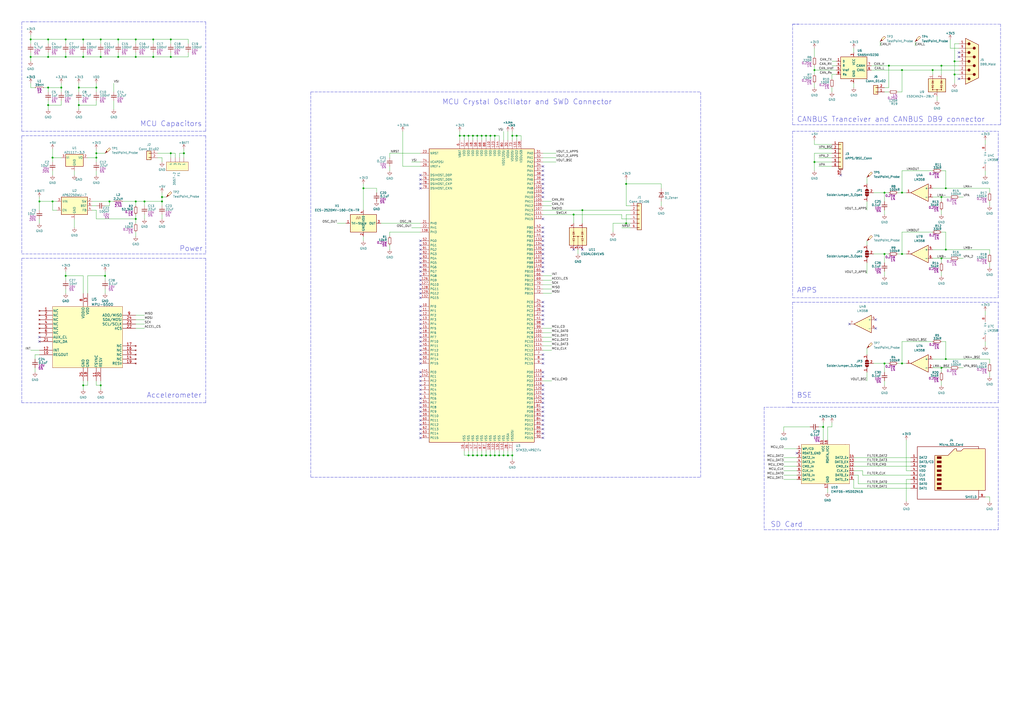
<source format=kicad_sch>
(kicad_sch (version 20211123) (generator eeschema)
  (paper "A2")
  (title_block (title "Electric Vehicle Control Unit") (date "2022-11-19") (rev "A") (company "ECE 490 Group 1"))
  (junction (at 55.88 88.9))
  (junction (at 99.06 88.9))
  (junction (at 513.08 111.76))
  (junction (at 292.1 264.16))
  (junction (at 477.52 247.65))
  (junction (at 553.72 35.56))
  (junction (at 274.32 78.74))
  (junction (at 106.68 88.9))
  (junction (at 515.62 38.1))
  (junction (at 276.86 78.74))
  (junction (at 99.06 22.86))
  (junction (at 279.4 264.16))
  (junction (at 297.18 264.16))
  (junction (at 548.64 109.22))
  (junction (at 27.94 50.8))
  (junction (at 299.72 78.74))
  (junction (at 99.06 33.02))
  (junction (at 284.48 78.74))
  (junction (at 472.44 40.64))
  (junction (at 88.9 22.86))
  (junction (at 78.74 33.02))
  (junction (at 271.78 78.74))
  (junction (at 553.72 43.18))
  (junction (at 269.24 78.74))
  (junction (at 60.96 160.02))
  (junction (at 48.26 33.02))
  (junction (at 284.48 264.16))
  (junction (at 27.94 60.96))
  (junction (at 17.78 33.02))
  (junction (at 68.58 33.02))
  (junction (at 548.64 144.78))
  (junction (at 27.94 33.02))
  (junction (at 30.48 91.44))
  (junction (at 523.24 147.32))
  (junction (at 78.74 22.86))
  (junction (at 541.02 40.64))
  (junction (at 271.78 264.16))
  (junction (at 55.88 91.44))
  (junction (at 548.64 208.28))
  (junction (at 48.26 223.52))
  (junction (at 287.02 78.74))
  (junction (at 35.56 50.8))
  (junction (at 523.24 111.76))
  (junction (at 546.1 213.36))
  (junction (at 279.4 78.74))
  (junction (at 472.44 93.98))
  (junction (at 38.1 22.86))
  (junction (at 93.98 116.84))
  (junction (at 48.26 22.86))
  (junction (at 546.1 149.86))
  (junction (at 38.1 160.02))
  (junction (at 281.94 264.16))
  (junction (at 276.86 264.16))
  (junction (at 523.24 40.64))
  (junction (at 58.42 33.02))
  (junction (at 30.48 116.84))
  (junction (at 55.88 50.8))
  (junction (at 266.7 78.74))
  (junction (at 513.08 147.32))
  (junction (at 78.74 127))
  (junction (at 294.64 264.16))
  (junction (at 363.22 106.68))
  (junction (at 45.72 60.96))
  (junction (at 27.94 22.86))
  (junction (at 332.74 124.46))
  (junction (at 38.1 33.02))
  (junction (at 17.78 22.86))
  (junction (at 210.82 109.22))
  (junction (at 281.94 78.74))
  (junction (at 58.42 22.86))
  (junction (at 88.9 33.02))
  (junction (at 22.86 116.84))
  (junction (at 513.08 210.82))
  (junction (at 58.42 223.52))
  (junction (at 78.74 116.84))
  (junction (at 546.1 114.3))
  (junction (at 297.18 78.74))
  (junction (at 93.98 114.3))
  (junction (at 63.5 116.84))
  (junction (at 274.32 264.16))
  (junction (at 83.82 116.84))
  (junction (at 289.56 264.16))
  (junction (at 523.24 210.82))
  (junction (at 546.1 38.1))
  (junction (at 287.02 264.16))
  (junction (at 68.58 22.86))
  (junction (at 45.72 50.8))
  (junction (at 337.82 121.92))
  (junction (at 363.22 129.54))
  (no_connect (at 243.84 149.86))
  (no_connect (at 243.84 154.94))
  (no_connect (at 243.84 152.4))
  (no_connect (at 243.84 160.02))
  (no_connect (at 243.84 157.48))
  (no_connect (at 243.84 198.12))
  (no_connect (at 243.84 195.58))
  (no_connect (at 243.84 208.28))
  (no_connect (at 243.84 185.42))
  (no_connect (at 243.84 165.1))
  (no_connect (at 243.84 167.64))
  (no_connect (at 243.84 170.18))
  (no_connect (at 243.84 172.72))
  (no_connect (at 243.84 182.88))
  (no_connect (at 243.84 177.8))
  (no_connect (at 243.84 180.34))
  (no_connect (at 243.84 162.56))
  (no_connect (at 243.84 147.32))
  (no_connect (at 243.84 139.7))
  (no_connect (at 243.84 144.78))
  (no_connect (at 243.84 142.24))
  (no_connect (at 314.96 248.92))
  (no_connect (at 314.96 251.46))
  (no_connect (at 314.96 254))
  (no_connect (at 243.84 254))
  (no_connect (at 243.84 226.06))
  (no_connect (at 243.84 220.98))
  (no_connect (at 243.84 218.44))
  (no_connect (at 243.84 223.52))
  (no_connect (at 243.84 215.9))
  (no_connect (at 243.84 210.82))
  (no_connect (at 243.84 203.2))
  (no_connect (at 243.84 187.96))
  (no_connect (at 243.84 193.04))
  (no_connect (at 243.84 205.74))
  (no_connect (at 243.84 200.66))
  (no_connect (at 243.84 190.5))
  (no_connect (at 243.84 233.68))
  (no_connect (at 243.84 228.6))
  (no_connect (at 243.84 231.14))
  (no_connect (at 243.84 236.22))
  (no_connect (at 243.84 241.3))
  (no_connect (at 243.84 238.76))
  (no_connect (at 243.84 246.38))
  (no_connect (at 243.84 251.46))
  (no_connect (at 243.84 243.84))
  (no_connect (at 243.84 248.92))
  (no_connect (at 314.96 236.22))
  (no_connect (at 314.96 238.76))
  (no_connect (at 314.96 241.3))
  (no_connect (at 314.96 246.38))
  (no_connect (at 314.96 233.68))
  (no_connect (at 314.96 243.84))
  (no_connect (at 314.96 231.14))
  (no_connect (at 314.96 228.6))
  (no_connect (at 314.96 223.52))
  (no_connect (at 243.84 101.6))
  (no_connect (at 243.84 106.68))
  (no_connect (at 243.84 109.22))
  (no_connect (at 243.84 104.14))
  (no_connect (at 462.28 262.89))
  (no_connect (at 337.82 144.78))
  (no_connect (at 332.74 144.78))
  (no_connect (at 314.96 96.52))
  (no_connect (at 314.96 114.3))
  (no_connect (at 314.96 111.76))
  (no_connect (at 314.96 106.68))
  (no_connect (at 314.96 109.22))
  (no_connect (at 314.96 101.6))
  (no_connect (at 314.96 104.14))
  (no_connect (at 314.96 99.06))
  (no_connect (at 314.96 142.24))
  (no_connect (at 314.96 154.94))
  (no_connect (at 314.96 144.78))
  (no_connect (at 314.96 157.48))
  (no_connect (at 314.96 149.86))
  (no_connect (at 314.96 152.4))
  (no_connect (at 314.96 147.32))
  (no_connect (at 314.96 137.16))
  (no_connect (at 314.96 139.7))
  (no_connect (at 314.96 132.08))
  (no_connect (at 314.96 127))
  (no_connect (at 314.96 134.62))
  (no_connect (at 314.96 175.26))
  (no_connect (at 314.96 177.8))
  (no_connect (at 314.96 182.88))
  (no_connect (at 314.96 185.42))
  (no_connect (at 314.96 180.34))
  (no_connect (at 314.96 208.28))
  (no_connect (at 314.96 205.74))
  (no_connect (at 314.96 210.82))
  (no_connect (at 314.96 226.06))
  (no_connect (at 314.96 218.44))
  (no_connect (at 314.96 215.9))
  (no_connect (at 508 190.5))
  (no_connect (at 508 185.42))
  (no_connect (at 314.96 187.96))
  (no_connect (at 556.26 30.48))
  (no_connect (at 556.26 33.02))
  (no_connect (at 556.26 45.72))
  (no_connect (at 22.86 195.58))
  (no_connect (at 22.86 198.12))
  (no_connect (at 492.76 187.96))
  (no_connect (at 487.68 101.6))
  (wire (pts (xy 314.96 200.66) (xy 320.04 200.66)))
  (wire (pts (xy 314.96 193.04) (xy 320.04 193.04)))
  (wire (pts (xy 482.6 35.56) (xy 485.14 35.56)))
  (wire (pts (xy 294.64 76.2) (xy 294.64 81.28)))
  (polyline (pts (xy 579.12 172.72) (xy 579.12 76.2)))
  (wire (pts (xy 335.28 147.32) (xy 335.28 144.78)))
  (wire (pts (xy 27.94 50.8) (xy 35.56 50.8)))
  (wire (pts (xy 99.06 30.48) (xy 99.06 33.02)))
  (wire (pts (xy 292.1 264.16) (xy 289.56 264.16)))
  (wire (pts (xy 195.58 129.54) (xy 200.66 129.54)))
  (wire (pts (xy 55.88 50.8) (xy 45.72 50.8)))
  (wire (pts (xy 289.56 264.16) (xy 287.02 264.16)))
  (wire (pts (xy 337.82 121.92) (xy 365.76 121.92)))
  (polyline (pts (xy 459.74 76.2) (xy 579.12 76.2)))
  (wire (pts (xy 454.66 265.43) (xy 462.28 265.43)))
  (wire (pts (xy 571.5 101.6) (xy 571.5 99.06)))
  (wire (pts (xy 548.64 109.22) (xy 541.02 109.22)))
  (polyline (pts (xy 12.7 78.74) (xy 119.38 78.74)))
  (wire (pts (xy 109.22 22.86) (xy 109.22 25.4)))
  (wire (pts (xy 43.18 127) (xy 43.18 132.08)))
  (wire (pts (xy 88.9 22.86) (xy 99.06 22.86)))
  (polyline (pts (xy 12.7 12.7) (xy 20.32 12.7)))
  (wire (pts (xy 571.5 288.29) (xy 574.04 288.29)))
  (wire (pts (xy 266.7 78.74) (xy 266.7 81.28)))
  (wire (pts (xy 78.74 33.02) (xy 68.58 33.02)))
  (wire (pts (xy 284.48 78.74) (xy 281.94 78.74)))
  (wire (pts (xy 556.26 27.94) (xy 551.18 27.94)))
  (wire (pts (xy 78.74 124.46) (xy 78.74 127)))
  (wire (pts (xy 574.04 144.78) (xy 574.04 147.32)))
  (wire (pts (xy 365.76 132.08) (xy 360.68 132.08)))
  (wire (pts (xy 292.1 76.2) (xy 292.1 81.28)))
  (polyline (pts (xy 579.12 233.68) (xy 579.12 175.26)))
  (wire (pts (xy 17.78 50.8) (xy 20.32 50.8)))
  (wire (pts (xy 45.72 48.26) (xy 45.72 50.8)))
  (wire (pts (xy 101.6 88.9) (xy 99.06 88.9)))
  (wire (pts (xy 546.1 220.98) (xy 546.1 223.52)))
  (wire (pts (xy 271.78 261.62) (xy 271.78 264.16)))
  (wire (pts (xy 297.18 264.16) (xy 294.64 264.16)))
  (wire (pts (xy 287.02 264.16) (xy 284.48 264.16)))
  (wire (pts (xy 383.54 119.38) (xy 383.54 116.84)))
  (wire (pts (xy 515.62 147.32) (xy 513.08 147.32)))
  (wire (pts (xy 60.96 88.9) (xy 55.88 88.9)))
  (wire (pts (xy 525.78 273.05) (xy 528.32 273.05)))
  (wire (pts (xy 297.18 261.62) (xy 297.18 264.16)))
  (wire (pts (xy 271.78 264.16) (xy 269.24 264.16)))
  (wire (pts (xy 495.3 275.59) (xy 497.84 275.59)))
  (wire (pts (xy 525.78 255.27) (xy 525.78 273.05)))
  (wire (pts (xy 50.8 160.02) (xy 50.8 170.18)))
  (wire (pts (xy 314.96 198.12) (xy 320.04 198.12)))
  (wire (pts (xy 78.74 22.86) (xy 88.9 22.86)))
  (wire (pts (xy 314.96 121.92) (xy 337.82 121.92)))
  (wire (pts (xy 546.1 99.06) (xy 548.64 99.06)))
  (polyline (pts (xy 579.12 307.34) (xy 579.12 236.22)))
  (wire (pts (xy 55.88 101.6) (xy 55.88 99.06)))
  (wire (pts (xy 546.1 157.48) (xy 546.1 160.02)))
  (wire (pts (xy 482.6 53.34) (xy 482.6 50.8)))
  (wire (pts (xy 332.74 124.46) (xy 332.74 129.54)))
  (wire (pts (xy 558.8 149.86) (xy 556.26 149.86)))
  (wire (pts (xy 454.66 278.13) (xy 462.28 278.13)))
  (wire (pts (xy 48.26 220.98) (xy 48.26 223.52)))
  (polyline (pts (xy 579.12 236.22) (xy 457.2 236.22)))
  (wire (pts (xy 553.72 35.56) (xy 553.72 43.18)))
  (wire (pts (xy 546.1 213.36) (xy 541.02 213.36)))
  (wire (pts (xy 314.96 93.98) (xy 322.58 93.98)))
  (wire (pts (xy 63.5 116.84) (xy 66.04 116.84)))
  (wire (pts (xy 502.92 116.84) (xy 502.92 121.92)))
  (wire (pts (xy 279.4 264.16) (xy 276.86 264.16)))
  (wire (pts (xy 546.1 198.12) (xy 548.64 198.12)))
  (wire (pts (xy 78.74 134.62) (xy 78.74 137.16)))
  (wire (pts (xy 558.8 213.36) (xy 556.26 213.36)))
  (wire (pts (xy 68.58 33.02) (xy 58.42 33.02)))
  (wire (pts (xy 48.26 223.52) (xy 50.8 223.52)))
  (polyline (pts (xy 459.74 175.26) (xy 459.74 233.68)))
  (wire (pts (xy 546.1 149.86) (xy 541.02 149.86)))
  (wire (pts (xy 574.04 215.9) (xy 574.04 218.44)))
  (wire (pts (xy 502.92 102.87) (xy 502.92 106.68)))
  (wire (pts (xy 27.94 33.02) (xy 17.78 33.02)))
  (polyline (pts (xy 119.38 233.68) (xy 12.7 233.68)))
  (polyline (pts (xy 459.74 233.68) (xy 579.12 233.68)))
  (wire (pts (xy 17.78 203.2) (xy 22.86 203.2)))
  (wire (pts (xy 472.44 40.64) (xy 472.44 43.18)))
  (wire (pts (xy 506.73 210.82) (xy 513.08 210.82)))
  (wire (pts (xy 55.88 88.9) (xy 55.88 91.44)))
  (wire (pts (xy 93.98 114.3) (xy 93.98 116.84)))
  (wire (pts (xy 355.6 129.54) (xy 355.6 134.62)))
  (wire (pts (xy 50.8 91.44) (xy 55.88 91.44)))
  (wire (pts (xy 294.64 264.16) (xy 292.1 264.16)))
  (wire (pts (xy 497.84 280.67) (xy 497.84 275.59)))
  (wire (pts (xy 20.32 205.74) (xy 20.32 208.28)))
  (wire (pts (xy 66.04 53.34) (xy 66.04 48.26)))
  (polyline (pts (xy 459.74 13.97) (xy 580.39 13.97)))
  (wire (pts (xy 96.52 114.3) (xy 93.98 114.3)))
  (wire (pts (xy 523.24 53.34) (xy 520.7 53.34)))
  (wire (pts (xy 93.98 116.84) (xy 93.98 119.38)))
  (wire (pts (xy 58.42 22.86) (xy 58.42 25.4)))
  (wire (pts (xy 35.56 48.26) (xy 35.56 50.8)))
  (wire (pts (xy 474.98 247.65) (xy 477.52 247.65)))
  (wire (pts (xy 17.78 22.86) (xy 17.78 25.4)))
  (wire (pts (xy 510.54 24.13) (xy 510.54 26.67)))
  (wire (pts (xy 45.72 50.8) (xy 45.72 53.34)))
  (wire (pts (xy 477.52 247.65) (xy 477.52 255.27)))
  (polyline (pts (xy 459.74 172.72) (xy 579.12 172.72)))
  (wire (pts (xy 571.5 81.28) (xy 571.5 83.82)))
  (wire (pts (xy 525.78 210.82) (xy 523.24 210.82)))
  (wire (pts (xy 523.24 40.64) (xy 541.02 40.64)))
  (wire (pts (xy 322.58 88.9) (xy 314.96 88.9)))
  (wire (pts (xy 546.1 114.3) (xy 546.1 116.84)))
  (wire (pts (xy 53.34 116.84) (xy 63.5 116.84)))
  (wire (pts (xy 505.46 38.1) (xy 515.62 38.1)))
  (polyline (pts (xy 119.38 12.7) (xy 119.38 76.2)))
  (wire (pts (xy 279.4 78.74) (xy 279.4 81.28)))
  (wire (pts (xy 99.06 33.02) (xy 88.9 33.02)))
  (wire (pts (xy 279.4 261.62) (xy 279.4 264.16)))
  (wire (pts (xy 27.94 50.8) (xy 27.94 53.34)))
  (wire (pts (xy 482.6 245.11) (xy 482.6 247.65)))
  (wire (pts (xy 454.66 270.51) (xy 462.28 270.51)))
  (wire (pts (xy 83.82 116.84) (xy 93.98 116.84)))
  (wire (pts (xy 276.86 78.74) (xy 274.32 78.74)))
  (wire (pts (xy 17.78 30.48) (xy 17.78 33.02)))
  (wire (pts (xy 541.02 40.64) (xy 541.02 43.18)))
  (wire (pts (xy 513.08 124.46) (xy 513.08 121.92)))
  (wire (pts (xy 271.78 78.74) (xy 271.78 81.28)))
  (wire (pts (xy 574.04 144.78) (xy 548.64 144.78)))
  (wire (pts (xy 480.06 247.65) (xy 482.6 247.65)))
  (polyline (pts (xy 459.74 76.2) (xy 459.74 172.72)))
  (wire (pts (xy 226.06 88.9) (xy 243.84 88.9)))
  (wire (pts (xy 574.04 116.84) (xy 574.04 119.38)))
  (wire (pts (xy 106.68 88.9) (xy 104.14 88.9)))
  (wire (pts (xy 574.04 109.22) (xy 548.64 109.22)))
  (wire (pts (xy 574.04 208.28) (xy 574.04 210.82)))
  (wire (pts (xy 472.44 50.8) (xy 472.44 48.26)))
  (wire (pts (xy 83.82 116.84) (xy 83.82 119.38)))
  (wire (pts (xy 383.54 109.22) (xy 383.54 106.68)))
  (wire (pts (xy 485.14 43.18) (xy 482.6 43.18)))
  (wire (pts (xy 88.9 30.48) (xy 88.9 33.02)))
  (polyline (pts (xy 459.74 72.39) (xy 459.74 13.97)))
  (polyline (pts (xy 119.38 149.86) (xy 119.38 233.68)))
  (wire (pts (xy 525.78 278.13) (xy 528.32 278.13)))
  (wire (pts (xy 506.73 111.76) (xy 513.08 111.76)))
  (wire (pts (xy 574.04 152.4) (xy 574.04 154.94)))
  (wire (pts (xy 472.44 88.9) (xy 472.44 93.98)))
  (wire (pts (xy 210.82 109.22) (xy 218.44 109.22)))
  (wire (pts (xy 55.88 48.26) (xy 55.88 50.8)))
  (wire (pts (xy 525.78 147.32) (xy 523.24 147.32)))
  (wire (pts (xy 55.88 127) (xy 55.88 121.92)))
  (wire (pts (xy 515.62 111.76) (xy 513.08 111.76)))
  (wire (pts (xy 523.24 210.82) (xy 520.7 210.82)))
  (wire (pts (xy 513.08 210.82) (xy 513.08 215.9)))
  (wire (pts (xy 63.5 116.84) (xy 63.5 119.38)))
  (wire (pts (xy 314.96 190.5) (xy 320.04 190.5)))
  (wire (pts (xy 495.3 273.05) (xy 500.38 273.05)))
  (wire (pts (xy 314.96 124.46) (xy 332.74 124.46)))
  (wire (pts (xy 482.6 38.1) (xy 485.14 38.1)))
  (wire (pts (xy 525.78 111.76) (xy 523.24 111.76)))
  (wire (pts (xy 71.12 116.84) (xy 78.74 116.84)))
  (wire (pts (xy 551.18 114.3) (xy 546.1 114.3)))
  (wire (pts (xy 58.42 33.02) (xy 48.26 33.02)))
  (wire (pts (xy 294.64 261.62) (xy 294.64 264.16)))
  (wire (pts (xy 454.66 247.65) (xy 454.66 250.19)))
  (wire (pts (xy 27.94 58.42) (xy 27.94 60.96)))
  (wire (pts (xy 497.84 280.67) (xy 528.32 280.67)))
  (wire (pts (xy 20.32 215.9) (xy 20.32 213.36)))
  (wire (pts (xy 495.3 265.43) (xy 528.32 265.43)))
  (wire (pts (xy 284.48 78.74) (xy 284.48 81.28)))
  (wire (pts (xy 454.66 273.05) (xy 462.28 273.05)))
  (wire (pts (xy 469.9 247.65) (xy 454.66 247.65)))
  (wire (pts (xy 55.88 60.96) (xy 45.72 60.96)))
  (polyline (pts (xy 443.23 307.34) (xy 457.2 307.34)))
  (wire (pts (xy 289.56 81.28) (xy 289.56 78.74)))
  (wire (pts (xy 58.42 30.48) (xy 58.42 33.02)))
  (wire (pts (xy 269.24 78.74) (xy 269.24 81.28)))
  (wire (pts (xy 525.78 278.13) (xy 525.78 290.83)))
  (wire (pts (xy 523.24 40.64) (xy 523.24 53.34)))
  (wire (pts (xy 38.1 160.02) (xy 38.1 162.56)))
  (polyline (pts (xy 12.7 149.86) (xy 119.38 149.86)))
  (wire (pts (xy 553.72 43.18) (xy 553.72 48.26)))
  (wire (pts (xy 17.78 48.26) (xy 17.78 50.8)))
  (wire (pts (xy 548.64 144.78) (xy 541.02 144.78)))
  (wire (pts (xy 60.96 160.02) (xy 60.96 162.56)))
  (wire (pts (xy 17.78 33.02) (xy 17.78 35.56)))
  (wire (pts (xy 27.94 60.96) (xy 35.56 60.96)))
  (wire (pts (xy 48.26 22.86) (xy 48.26 25.4)))
  (wire (pts (xy 279.4 78.74) (xy 276.86 78.74)))
  (polyline (pts (xy 17.78 12.7) (xy 119.38 12.7)))
  (wire (pts (xy 480.06 285.75) (xy 480.06 283.21)))
  (polyline (pts (xy 119.38 78.74) (xy 119.38 147.32)))
  (wire (pts (xy 22.86 205.74) (xy 20.32 205.74)))
  (wire (pts (xy 472.44 81.28) (xy 472.44 83.82)))
  (wire (pts (xy 546.1 213.36) (xy 546.1 215.9)))
  (wire (pts (xy 284.48 261.62) (xy 284.48 264.16)))
  (wire (pts (xy 546.1 134.62) (xy 548.64 134.62)))
  (wire (pts (xy 60.96 119.38) (xy 63.5 119.38)))
  (wire (pts (xy 574.04 109.22) (xy 574.04 111.76)))
  (wire (pts (xy 78.74 30.48) (xy 78.74 33.02)))
  (wire (pts (xy 276.86 261.62) (xy 276.86 264.16)))
  (wire (pts (xy 287.02 261.62) (xy 287.02 264.16)))
  (wire (pts (xy 553.72 25.4) (xy 553.72 35.56)))
  (wire (pts (xy 274.32 78.74) (xy 271.78 78.74)))
  (wire (pts (xy 355.6 129.54) (xy 363.22 129.54)))
  (wire (pts (xy 551.18 22.86) (xy 551.18 27.94)))
  (wire (pts (xy 58.42 223.52) (xy 58.42 226.06)))
  (wire (pts (xy 109.22 33.02) (xy 99.06 33.02)))
  (wire (pts (xy 55.88 58.42) (xy 55.88 60.96)))
  (wire (pts (xy 495.3 267.97) (xy 528.32 267.97)))
  (wire (pts (xy 55.88 220.98) (xy 55.88 223.52)))
  (wire (pts (xy 99.06 22.86) (xy 109.22 22.86)))
  (wire (pts (xy 287.02 78.74) (xy 287.02 81.28)))
  (wire (pts (xy 472.44 88.9) (xy 482.6 88.9)))
  (wire (pts (xy 55.88 91.44) (xy 55.88 93.98)))
  (wire (pts (xy 502.92 215.9) (xy 502.92 220.98)))
  (wire (pts (xy 109.22 30.48) (xy 109.22 33.02)))
  (wire (pts (xy 480.06 247.65) (xy 480.06 255.27)))
  (wire (pts (xy 271.78 78.74) (xy 269.24 78.74)))
  (polyline (pts (xy 580.39 72.39) (xy 459.74 72.39)))
  (wire (pts (xy 78.74 182.88) (xy 83.82 182.88)))
  (wire (pts (xy 495.3 27.94) (xy 495.3 30.48)))
  (wire (pts (xy 226.06 142.24) (xy 226.06 144.78)))
  (wire (pts (xy 106.68 88.9) (xy 106.68 91.44)))
  (wire (pts (xy 99.06 88.9) (xy 99.06 91.44)))
  (wire (pts (xy 297.18 78.74) (xy 299.72 78.74)))
  (wire (pts (xy 233.68 76.2) (xy 233.68 96.52)))
  (wire (pts (xy 22.86 127) (xy 22.86 129.54)))
  (wire (pts (xy 30.48 91.44) (xy 30.48 93.98)))
  (wire (pts (xy 472.44 27.94) (xy 472.44 33.02)))
  (wire (pts (xy 22.86 114.3) (xy 22.86 116.84)))
  (wire (pts (xy 281.94 78.74) (xy 281.94 81.28)))
  (wire (pts (xy 78.74 185.42) (xy 83.82 185.42)))
  (wire (pts (xy 363.22 124.46) (xy 363.22 129.54)))
  (polyline (pts (xy 12.7 78.74) (xy 12.7 147.32)))
  (wire (pts (xy 556.26 35.56) (xy 553.72 35.56)))
  (wire (pts (xy 91.44 91.44) (xy 93.98 91.44)))
  (wire (pts (xy 314.96 116.84) (xy 320.04 116.84)))
  (wire (pts (xy 548.64 198.12) (xy 548.64 208.28)))
  (wire (pts (xy 60.96 157.48) (xy 60.96 160.02)))
  (wire (pts (xy 320.04 160.02) (xy 314.96 160.02)))
  (wire (pts (xy 30.48 86.36) (xy 30.48 91.44)))
  (polyline (pts (xy 12.7 233.68) (xy 12.7 149.86)))
  (wire (pts (xy 292.1 261.62) (xy 292.1 264.16)))
  (wire (pts (xy 571.5 180.34) (xy 571.5 182.88)))
  (wire (pts (xy 299.72 78.74) (xy 299.72 81.28)))
  (wire (pts (xy 546.1 149.86) (xy 546.1 152.4)))
  (wire (pts (xy 551.18 149.86) (xy 546.1 149.86)))
  (wire (pts (xy 289.56 261.62) (xy 289.56 264.16)))
  (wire (pts (xy 558.8 114.3) (xy 556.26 114.3)))
  (polyline (pts (xy 12.7 76.2) (xy 12.7 12.7)))
  (wire (pts (xy 27.94 60.96) (xy 27.94 63.5)))
  (wire (pts (xy 548.64 134.62) (xy 548.64 144.78)))
  (wire (pts (xy 210.82 139.7) (xy 210.82 137.16)))
  (wire (pts (xy 66.04 58.42) (xy 66.04 63.5)))
  (wire (pts (xy 38.1 30.48) (xy 38.1 33.02)))
  (wire (pts (xy 513.08 160.02) (xy 513.08 157.48)))
  (wire (pts (xy 551.18 213.36) (xy 546.1 213.36)))
  (wire (pts (xy 332.74 124.46) (xy 360.68 124.46)))
  (wire (pts (xy 83.82 124.46) (xy 83.82 127)))
  (wire (pts (xy 365.76 124.46) (xy 363.22 124.46)))
  (wire (pts (xy 523.24 134.62) (xy 523.24 147.32)))
  (wire (pts (xy 495.3 270.51) (xy 528.32 270.51)))
  (wire (pts (xy 505.46 40.64) (xy 523.24 40.64)))
  (wire (pts (xy 266.7 76.2) (xy 266.7 78.74)))
  (wire (pts (xy 506.73 147.32) (xy 513.08 147.32)))
  (wire (pts (xy 30.48 121.92) (xy 30.48 116.84)))
  (wire (pts (xy 226.06 88.9) (xy 226.06 91.44)))
  (wire (pts (xy 515.62 210.82) (xy 513.08 210.82)))
  (polyline (pts (xy 459.74 236.22) (xy 443.23 236.22)))
  (wire (pts (xy 243.84 96.52) (xy 233.68 96.52)))
  (polyline (pts (xy 459.74 13.97) (xy 463.55 13.97)))
  (wire (pts (xy 523.24 99.06) (xy 523.24 111.76)))
  (wire (pts (xy 530.86 24.13) (xy 530.86 26.67)))
  (wire (pts (xy 238.76 132.08) (xy 243.84 132.08)))
  (wire (pts (xy 88.9 22.86) (xy 88.9 25.4)))
  (wire (pts (xy 58.42 220.98) (xy 58.42 223.52)))
  (wire (pts (xy 99.06 22.86) (xy 99.06 25.4)))
  (wire (pts (xy 276.86 78.74) (xy 276.86 81.28)))
  (wire (pts (xy 513.08 223.52) (xy 513.08 220.98)))
  (wire (pts (xy 274.32 261.62) (xy 274.32 264.16)))
  (wire (pts (xy 284.48 264.16) (xy 281.94 264.16)))
  (wire (pts (xy 27.94 22.86) (xy 17.78 22.86)))
  (wire (pts (xy 38.1 22.86) (xy 38.1 25.4)))
  (wire (pts (xy 320.04 170.18) (xy 314.96 170.18)))
  (wire (pts (xy 68.58 22.86) (xy 68.58 25.4)))
  (wire (pts (xy 35.56 50.8) (xy 35.56 53.34)))
  (wire (pts (xy 495.3 283.21) (xy 528.32 283.21)))
  (wire (pts (xy 541.02 198.12) (xy 523.24 198.12)))
  (wire (pts (xy 472.44 93.98) (xy 482.6 93.98)))
  (wire (pts (xy 88.9 33.02) (xy 78.74 33.02)))
  (wire (pts (xy 513.08 147.32) (xy 513.08 152.4)))
  (wire (pts (xy 78.74 187.96) (xy 83.82 187.96)))
  (polyline (pts (xy 180.34 276.86) (xy 406.4 276.86)))
  (wire (pts (xy 320.04 167.64) (xy 314.96 167.64)))
  (wire (pts (xy 454.66 267.97) (xy 462.28 267.97)))
  (wire (pts (xy 523.24 147.32) (xy 520.7 147.32)))
  (wire (pts (xy 53.34 119.38) (xy 55.88 119.38)))
  (wire (pts (xy 274.32 264.16) (xy 271.78 264.16)))
  (wire (pts (xy 495.3 278.13) (xy 495.3 283.21)))
  (wire (pts (xy 297.18 76.2) (xy 297.18 78.74)))
  (wire (pts (xy 314.96 203.2) (xy 320.04 203.2)))
  (wire (pts (xy 27.94 22.86) (xy 38.1 22.86)))
  (wire (pts (xy 454.66 260.35) (xy 462.28 260.35)))
  (polyline (pts (xy 459.74 175.26) (xy 579.12 175.26)))
  (wire (pts (xy 297.18 264.16) (xy 297.18 266.7)))
  (wire (pts (xy 297.18 78.74) (xy 297.18 81.28)))
  (wire (pts (xy 220.98 129.54) (xy 243.84 129.54)))
  (polyline (pts (xy 406.4 276.86) (xy 406.4 53.34)))
  (wire (pts (xy 337.82 121.92) (xy 337.82 129.54)))
  (wire (pts (xy 48.26 22.86) (xy 58.42 22.86)))
  (wire (pts (xy 574.04 208.28) (xy 548.64 208.28)))
  (wire (pts (xy 454.66 275.59) (xy 462.28 275.59)))
  (wire (pts (xy 210.82 106.68) (xy 210.82 109.22)))
  (wire (pts (xy 363.22 106.68) (xy 383.54 106.68)))
  (wire (pts (xy 474.98 91.44) (xy 482.6 91.44)))
  (wire (pts (xy 515.62 38.1) (xy 546.1 38.1)))
  (wire (pts (xy 281.94 261.62) (xy 281.94 264.16)))
  (wire (pts (xy 58.42 22.86) (xy 68.58 22.86)))
  (wire (pts (xy 17.78 20.32) (xy 17.78 22.86)))
  (wire (pts (xy 502.92 139.7) (xy 502.92 142.24)))
  (wire (pts (xy 27.94 25.4) (xy 27.94 22.86)))
  (wire (pts (xy 50.8 220.98) (xy 50.8 223.52)))
  (wire (pts (xy 274.32 78.74) (xy 274.32 81.28)))
  (wire (pts (xy 477.52 245.11) (xy 477.52 247.65)))
  (polyline (pts (xy 180.34 53.34) (xy 180.34 276.86)))
  (wire (pts (xy 299.72 78.74) (xy 302.26 78.74)))
  (wire (pts (xy 22.86 116.84) (xy 30.48 116.84)))
  (wire (pts (xy 513.08 53.34) (xy 515.62 53.34)))
  (wire (pts (xy 287.02 78.74) (xy 284.48 78.74)))
  (wire (pts (xy 106.68 86.36) (xy 106.68 88.9)))
  (wire (pts (xy 322.58 91.44) (xy 314.96 91.44)))
  (wire (pts (xy 238.76 93.98) (xy 243.84 93.98)))
  (wire (pts (xy 38.1 170.18) (xy 38.1 167.64)))
  (wire (pts (xy 45.72 58.42) (xy 45.72 60.96)))
  (wire (pts (xy 571.5 200.66) (xy 571.5 198.12)))
  (wire (pts (xy 495.3 50.8) (xy 495.3 48.26)))
  (wire (pts (xy 513.08 111.76) (xy 513.08 116.84)))
  (wire (pts (xy 210.82 109.22) (xy 210.82 121.92)))
  (wire (pts (xy 541.02 40.64) (xy 556.26 40.64)))
  (wire (pts (xy 546.1 114.3) (xy 541.02 114.3)))
  (wire (pts (xy 472.44 40.64) (xy 485.14 40.64)))
  (wire (pts (xy 55.88 223.52) (xy 58.42 223.52)))
  (wire (pts (xy 543.56 58.42) (xy 543.56 55.88)))
  (polyline (pts (xy 119.38 76.2) (xy 12.7 76.2)))
  (wire (pts (xy 38.1 22.86) (xy 48.26 22.86)))
  (wire (pts (xy 30.48 99.06) (xy 30.48 101.6)))
  (wire (pts (xy 48.26 30.48) (xy 48.26 33.02)))
  (wire (pts (xy 48.26 160.02) (xy 48.26 170.18)))
  (wire (pts (xy 35.56 58.42) (xy 35.56 60.96)))
  (wire (pts (xy 33.02 121.92) (xy 30.48 121.92)))
  (wire (pts (xy 320.04 220.98) (xy 314.96 220.98)))
  (wire (pts (xy 93.98 124.46) (xy 93.98 127)))
  (wire (pts (xy 269.24 78.74) (xy 266.7 78.74)))
  (wire (pts (xy 30.48 116.84) (xy 33.02 116.84)))
  (wire (pts (xy 93.98 91.44) (xy 93.98 93.98)))
  (wire (pts (xy 60.96 170.18) (xy 60.96 167.64)))
  (wire (pts (xy 101.6 91.44) (xy 101.6 88.9)))
  (wire (pts (xy 541.02 99.06) (xy 523.24 99.06)))
  (wire (pts (xy 45.72 60.96) (xy 45.72 63.5)))
  (wire (pts (xy 269.24 264.16) (xy 269.24 261.62)))
  (wire (pts (xy 320.04 165.1) (xy 314.96 165.1)))
  (wire (pts (xy 360.68 124.46) (xy 360.68 127)))
  (wire (pts (xy 365.76 129.54) (xy 363.22 129.54)))
  (wire (pts (xy 474.98 86.36) (xy 482.6 86.36)))
  (wire (pts (xy 83.82 190.5) (xy 78.74 190.5)))
  (polyline (pts (xy 580.39 13.97) (xy 580.39 72.39)))
  (wire (pts (xy 472.44 38.1) (xy 472.44 40.64)))
  (wire (pts (xy 556.26 25.4) (xy 553.72 25.4)))
  (wire (pts (xy 48.26 33.02) (xy 38.1 33.02)))
  (wire (pts (xy 500.38 275.59) (xy 528.32 275.59)))
  (wire (pts (xy 546.1 121.92) (xy 546.1 124.46)))
  (wire (pts (xy 78.74 22.86) (xy 78.74 25.4)))
  (wire (pts (xy 482.6 43.18) (xy 482.6 45.72)))
  (wire (pts (xy 281.94 78.74) (xy 279.4 78.74)))
  (wire (pts (xy 48.26 223.52) (xy 48.26 226.06)))
  (wire (pts (xy 474.98 96.52) (xy 482.6 96.52)))
  (polyline (pts (xy 180.34 53.34) (xy 406.4 53.34)))
  (wire (pts (xy 502.92 152.4) (xy 502.92 158.75)))
  (wire (pts (xy 226.06 134.62) (xy 226.06 137.16)))
  (wire (pts (xy 523.24 198.12) (xy 523.24 210.82)))
  (wire (pts (xy 22.86 116.84) (xy 22.86 121.92)))
  (wire (pts (xy 553.72 43.18) (xy 556.26 43.18)))
  (wire (pts (xy 226.06 99.06) (xy 226.06 96.52)))
  (wire (pts (xy 38.1 33.02) (xy 27.94 33.02)))
  (wire (pts (xy 104.14 91.44) (xy 104.14 88.9)))
  (wire (pts (xy 78.74 127) (xy 55.88 127)))
  (wire (pts (xy 546.1 38.1) (xy 556.26 38.1)))
  (wire (pts (xy 482.6 83.82) (xy 472.44 83.82)))
  (wire (pts (xy 78.74 116.84) (xy 83.82 116.84)))
  (wire (pts (xy 276.86 264.16) (xy 274.32 264.16)))
  (wire (pts (xy 55.88 121.92) (xy 53.34 121.92)))
  (wire (pts (xy 314.96 195.58) (xy 320.04 195.58)))
  (wire (pts (xy 289.56 78.74) (xy 287.02 78.74)))
  (wire (pts (xy 515.62 38.1) (xy 515.62 50.8)))
  (wire (pts (xy 25.4 50.8) (xy 27.94 50.8)))
  (wire (pts (xy 48.26 160.02) (xy 38.1 160.02)))
  (wire (pts (xy 27.94 33.02) (xy 27.94 30.48)))
  (wire (pts (xy 513.08 50.8) (xy 515.62 50.8)))
  (polyline (pts (xy 119.38 147.32) (xy 12.7 147.32)))
  (wire (pts (xy 548.64 99.06) (xy 548.64 109.22)))
  (wire (pts (xy 38.1 157.48) (xy 38.1 160.02)))
  (wire (pts (xy 281.94 264.16) (xy 279.4 264.16)))
  (wire (pts (xy 68.58 30.48) (xy 68.58 33.02)))
  (wire (pts (xy 50.8 160.02) (xy 60.96 160.02)))
  (polyline (pts (xy 443.23 236.22) (xy 443.23 307.34)))
  (wire (pts (xy 78.74 116.84) (xy 78.74 119.38)))
  (wire (pts (xy 91.44 88.9) (xy 99.06 88.9)))
  (wire (pts (xy 302.26 81.28) (xy 302.26 78.74)))
  (wire (pts (xy 502.92 201.93) (xy 502.92 205.74)))
  (wire (pts (xy 218.44 109.22) (xy 218.44 111.76)))
  (wire (pts (xy 363.22 104.14) (xy 363.22 106.68)))
  (wire (pts (xy 500.38 273.05) (xy 500.38 275.59)))
  (wire (pts (xy 68.58 22.86) (xy 78.74 22.86)))
  (wire (pts (xy 78.74 127) (xy 78.74 129.54)))
  (wire (pts (xy 243.84 134.62) (xy 226.06 134.62)))
  (wire (pts (xy 548.64 208.28) (xy 541.02 208.28)))
  (wire (pts (xy 472.44 99.06) (xy 472.44 93.98)))
  (polyline (pts (xy 457.2 307.34) (xy 579.12 307.34)))
  (wire (pts (xy 93.98 111.76) (xy 93.98 114.3)))
  (wire (pts (xy 320.04 162.56) (xy 314.96 162.56)))
  (wire (pts (xy 546.1 38.1) (xy 546.1 43.18)))
  (wire (pts (xy 541.02 134.62) (xy 523.24 134.62)))
  (wire (pts (xy 30.48 91.44) (xy 35.56 91.44)))
  (wire (pts (xy 574.04 288.29) (xy 574.04 290.83)))
  (wire (pts (xy 360.68 127) (xy 365.76 127)))
  (wire (pts (xy 55.88 53.34) (xy 55.88 50.8)))
  (wire (pts (xy 363.22 106.68) (xy 363.22 119.38)))
  (wire (pts (xy 43.18 99.06) (xy 43.18 101.6)))
  (wire (pts (xy 523.24 111.76) (xy 520.7 111.76)))
  (wire (pts (xy 314.96 119.38) (xy 320.04 119.38)))
  (wire (pts (xy 55.88 86.36) (xy 55.88 88.9)))
  (wire (pts (xy 365.76 119.38) (xy 363.22 119.38)))
  (text "Accelerometer" (at 85.09 231.14 0) (effects (font (size 3 3)) (justify left bottom)))
  (text "SD Card\n" (at 447.04 306.07 0) (effects (font (size 3 3)) (justify left bottom)))
  (text "Power \n" (at 104.14 146.05 0) (effects (font (size 3 3)) (justify left bottom)))
  (text "BSE" (at 462.28 231.14 0) (effects (font (size 3 3)) (justify left bottom)))
  (text "MCU Capacitors\n" (at 81.28 73.66 0) (effects (font (size 3 3)) (justify left bottom)))
  (text "CANBUS Tranceiver and CANBUS DB9 connector" (at 462.28 71.12 0) (effects (font (size 3 3)) (justify left bottom)))
  (text "APPS" (at 462.28 170.18 0) (effects (font (size 3 3)) (justify left bottom)))
  (text "MCU Crystal Oscillator and SWD Connector\n" (at 256.54 60.96 0) (effects (font (size 3 3)) (justify left bottom)))
  (label "LMBOUT" (at 525.78 134.62 0))
  (label "FILTER_DAT3" (at 502.92 267.97 0))
  (label "LMB-" (at 543.56 149.86 0))
  (label "VPA" (at 558.8 114.3 0))
  (label "MCU_CLK" (at 454.66 273.05 180))
  (label "SWCLK" (at 322.58 124.46 0))
  (label "LMA-_BSE" (at 541.02 213.36 0))
  (label "CAN_TX" (at 482.6 35.56 180))
  (label "INT" (at 320.04 160.02 0))
  (label "MCU_DAT3" (at 454.66 267.97 180))
  (label "SCK" (at 83.82 187.96 0))
  (label "MCU_CD" (at 320.04 190.5 0))
  (label "SWDIO" (at 320.04 121.92 0))
  (label "VPA_2" (at 558.8 149.86 0))
  (label "VPA" (at 474.98 96.52 0))
  (label "MCU_CLK" (at 320.04 203.2 0))
  (label "FILTER_DAT2" (at 502.92 265.43 0))
  (label "FILTER_CMD" (at 502.92 270.51 0))
  (label "OSC_IN" (at 238.76 129.54 180))
  (label "CAN_H" (at 513.08 38.1 180))
  (label "VOUT_BSE" (at 502.92 220.98 180))
  (label "LMB+" (at 558.8 144.78 0))
  (label "VPA_2" (at 474.98 91.44 0))
  (label "LMA+_BSE" (at 558.8 208.28 0))
  (label "VOUT_2_APPS" (at 322.58 91.44 0))
  (label "VSI" (at 238.76 93.98 0))
  (label "FILTER_DAT0" (at 502.92 280.67 0))
  (label "CAN_RX" (at 482.6 38.1 180))
  (label "NRST" (at 226.6271 88.9 0))
  (label "SCK" (at 320.04 165.1 0))
  (label "CAN_Vref" (at 474.98 40.64 0))
  (label "MISO" (at 83.82 182.88 0))
  (label "MCU_CMD" (at 454.66 270.51 180))
  (label "CAN_L" (at 513.08 40.64 180))
  (label "LMA-" (at 543.56 114.3 0))
  (label "FILTER_DAT1" (at 502.92 283.21 0))
  (label "VOUT_2_APPS" (at 502.92 158.75 180))
  (label "MCU_DAT3" (at 320.04 200.66 0))
  (label "MISO" (at 320.04 167.64 0))
  (label "ACCEL_CS" (at 320.04 162.56 0))
  (label "CAN_RX" (at 320.04 116.84 0))
  (label "MCU_DAT2" (at 320.04 198.12 0))
  (label "VSI" (at 292.1 76.2 180))
  (label "FILTER_CLK" (at 502.92 275.59 0))
  (label "LMAOUT_BSE" (at 525.78 198.12 0))
  (label "VOUT_BSE" (at 322.58 93.98 0))
  (label "INT" (at 17.78 203.2 180))
  (label "LMAOUT" (at 525.78 99.06 0))
  (label "CAN_Rs" (at 482.6 43.18 180))
  (label "OSC_OUT" (at 195.58 129.54 180))
  (label "OSC_OUT" (at 238.76 132.08 180))
  (label "VPA_BSE" (at 474.98 86.36 0))
  (label "VSI" (at 66.04 48.26 0))
  (label "MCU_CMD" (at 320.04 220.98 0))
  (label "VOUT_1_APPS" (at 502.92 121.92 180))
  (label "LMA+" (at 558.8 109.22 0))
  (label "CAN_H" (at 510.54 26.67 0))
  (label "ACCEL_CS" (at 83.82 190.5 0))
  (label "MCU_DAT2" (at 454.66 265.43 180))
  (label "CAN_TX" (at 320.04 119.38 0))
  (label "VOUT_1_APPS" (at 322.58 88.9 0))
  (label "MCU_DAT1" (at 454.66 278.13 180))
  (label "MCU_CD" (at 454.66 260.35 180))
  (label "MCU_DAT0" (at 320.04 193.04 0))
  (label "MCU_DAT1" (at 320.04 195.58 0))
  (label "MOSI" (at 83.82 185.42 0))
  (label "MCU_DAT0" (at 454.66 275.59 180))
  (label "NRST" (at 360.68 132.08 0))
  (label "MOSI" (at 320.04 170.18 0))
  (label "CAN_L" (at 530.86 26.67 0))
  (label "VPA_BSE" (at 558.8 213.36 0))
  (symbol (lib_id "Device:C_Small") (at 17.78 27.94 0) (unit 1)
    (property "Reference" "C1" (at 19.685 25.5 0) (effects (justify left)))
    (property "Value" "4.7uF" (at 19.685 27.432 0) (effects (justify left)))
    (property "Footprint" "Capacitor_SMD:C_0603_1608Metric_Pad1.08x0.95mm_HandSolder" (effects hide))
    (property "Tolerance" "5%" (at 21.082 30.861 0))
    (property "Rating" "10V" (at 19.812 29.21 0) (effects (justify left)))
  )
  (symbol (lib_id "Device:C_Small") (at 27.94 27.94 0) (unit 1)
    (property "Reference" "C4" (at 29.845 25.5 0) (effects (justify left)))
    (property "Value" "100nF" (at 29.935 27.432 0) (effects (justify left)))
    (property "Footprint" "Capacitor_SMD:C_0603_1608Metric_Pad1.08x0.95mm_HandSolder" (effects hide))
    (property "Rating" "10V" (at 29.845 29.21 0) (effects (justify left)))
    (property "Tolerance" "5%" (at 29.845 30.861 0) (effects (justify left)))
  )
  (symbol (lib_id "power:GND") (at 495.3 50.8 0) (unit 1)
    (property "Reference" "#PWR053" (effects hide))
    (property "Value" "GND" (at 495.3 55.2434 0))
  )
  (symbol (lib_id "power:GND") (at 66.04 63.5 0) (unit 1)
    (property "Reference" "#PWR023" (effects hide))
    (property "Value" "GND" (at 66.04 67.9434 0))
  )
  (symbol (lib_id "Device:C_Small") (at 83.82 121.92 0) (unit 1)
    (property "Reference" "C13" (at 85.725 119.48 0) (effects (justify left)))
    (property "Value" "22uF" (at 85.815 121.412 0) (effects (justify left)))
    (property "Footprint" "Capacitor_SMD:C_0603_1608Metric_Pad1.08x0.95mm_HandSolder" (effects hide))
    (property "Rating" "10V" (at 85.725 123.19 0) (effects (justify left)))
    (property "Tolerance" "5%" (at 85.725 124.841 0) (effects (justify left)))
  )
  (symbol (lib_id "power:VDD") (at 55.88 48.26 0) (unit 1)
    (property "Reference" "#PWR016" (effects hide))
    (property "Value" "VDD" (at 55.88 44.6842 0))
  )
  (symbol (lib_id "Device:C_Small") (at 38.1 27.94 0) (unit 1)
    (property "Reference" "C7" (at 40.005 25.5 0) (effects (justify left)))
    (property "Value" "100nF" (at 40.095 27.432 0) (effects (justify left)))
    (property "Footprint" "Capacitor_SMD:C_0603_1608Metric_Pad1.08x0.95mm_HandSolder" (effects hide))
    (property "Rating" "10V" (at 40.005 29.21 0) (effects (justify left)))
    (property "Tolerance" "5%" (at 40.005 30.861 0) (effects (justify left)))
  )
  (symbol (lib_id "power:+3.3V") (at 297.18 76.2 0) (unit 1)
    (property "Reference" "#PWR032" (effects hide))
    (property "Value" "+3.3V" (at 294.64 72.72 0) (effects (font (size 1 1)) (justify left)))
  )
  (symbol (lib_id "power:GND") (at 20.32 215.9 0) (mirror y) (unit 1)
    (property "Reference" "#PWR041" (effects hide))
    (property "Value" "GND" (at 20.32 220.3434 0))
  )
  (symbol (lib_id "Device:C_Small") (at 99.06 27.94 0) (unit 1)
    (property "Reference" "C18" (at 100.965 25.5 0) (effects (justify left)))
    (property "Value" "100nF" (at 101.055 27.432 0) (effects (justify left)))
    (property "Footprint" "Capacitor_SMD:C_0603_1608Metric_Pad1.08x0.95mm_HandSolder" (effects hide))
    (property "Rating" "10V" (at 100.965 29.21 0) (effects (justify left)))
    (property "Tolerance" "5%" (at 100.965 30.861 0) (effects (justify left)))
  )
  (symbol (lib_id "power:+3.3V") (at 571.5 81.28 0) (unit 1)
    (property "Reference" "#PWR062" (effects hide))
    (property "Value" "+3.3V" (at 571.5 77.7042 0))
  )
  (symbol (lib_id "Power_Protection:ESDCAN24-2BLY") (at 525.78 40.64 0) (unit 1)
    (property "Reference" "U9" (at 533.4 53.34 0) (effects (justify left)))
    (property "Value" "ESDCAN24-2BLY" (at 525.78 55.88 0) (effects (justify left)))
    (property "Footprint" "Package_TO_SOT_SMD:SC-59" (effects hide))
  )
  (symbol (lib_id "power:GND") (at 472.44 50.8 0) (unit 1)
    (property "Reference" "#PWR045" (effects hide))
    (property "Value" "GND" (at 472.44 55.2434 0))
  )
  (symbol (lib_id "power:GND") (at 543.56 58.42 0) (unit 1)
    (property "Reference" "#PWR066" (effects hide))
    (property "Value" "GND" (at 543.56 62.8634 0))
  )
  (symbol (lib_id "power:+3.3V") (at 482.6 245.11 0) (unit 1)
    (property "Reference" "#PWR040" (effects hide))
    (property "Value" "+3.3V" (at 482.6 241.5342 0))
  )
  (symbol (lib_id "Device:R_Small") (at 546.1 119.38 0) (mirror y) (unit 1)
    (property "Reference" "R13" (at 544.576 117.094 0) (effects (justify left)))
    (property "Value" "34kR" (at 544.576 118.872 0) (effects (justify left)))
    (property "Footprint" "Resistor_SMD:R_0805_2012Metric_Pad1.20x1.40mm_HandSolder" (effects hide))
    (property "Rating" "0.25W" (at 544.576 120.396 0) (effects (justify left)))
    (property "Tolerance" "1%" (at 544.576 121.92 0) (effects (justify left)))
  )
  (symbol (lib_id "Device:D_Zener") (at 383.54 113.03 270) (unit 1)
    (property "Reference" "D1" (at 385.572 112.1953 90) (effects (justify left)))
    (property "Value" "D_Zener" (at 385.572 114.7322 90) (effects (justify left)))
    (property "Footprint" "Diode_SMD:D_SMB_Handsoldering" (effects hide))
  )
  (symbol (lib_id "power:GND") (at 78.74 137.16 0) (mirror y) (unit 1)
    (property "Reference" "#PWR021" (effects hide))
    (property "Value" "GND" (at 78.74 141.6034 0))
  )
  (symbol (lib_id "Device:C_Small") (at 88.9 27.94 0) (unit 1)
    (property "Reference" "C17" (at 90.805 25.5 0) (effects (justify left)))
    (property "Value" "100nF" (at 90.895 27.432 0) (effects (justify left)))
    (property "Footprint" "Capacitor_SMD:C_0603_1608Metric_Pad1.08x0.95mm_HandSolder" (effects hide))
    (property "Rating" "10V" (at 90.805 29.21 0) (effects (justify left)))
    (property "Tolerance" "5%" (at 90.805 30.861 0) (effects (justify left)))
  )
  (symbol (lib_id "Device:C_Small") (at 35.56 55.88 0) (unit 1)
    (property "Reference" "C6" (at 37.465 53.44 0) (effects (justify left)))
    (property "Value" "10nF" (at 37.555 55.372 0) (effects (justify left)))
    (property "Footprint" "Capacitor_SMD:C_0603_1608Metric_Pad1.08x0.95mm_HandSolder" (effects hide))
    (property "Rating" "10V" (at 37.465 57.15 0) (effects (justify left)))
    (property "Tolerance" "5%" (at 37.465 58.801 0) (effects (justify left)))
  )
  (symbol (lib_id "power:GND") (at 48.26 226.06 0) (unit 1)
    (property "Reference" "#PWR051" (effects hide))
    (property "Value" "GND" (at 48.26 230.5034 0))
  )
  (symbol (lib_id "power:GND") (at 454.66 250.19 0) (unit 1)
    (property "Reference" "#PWR037" (effects hide))
    (property "Value" "GND" (at 454.66 254.6334 0))
  )
  (symbol (lib_id "power:+3.3V") (at 55.88 86.36 0) (unit 1)
    (property "Reference" "#PWR019" (effects hide))
    (property "Value" "+3.3V" (at 55.88 82.7842 0))
  )
  (symbol (lib_id "Device:C_Small") (at 472.44 247.65 90) (mirror x) (unit 1)
    (property "Reference" "C29" (at 475.615 250.29 90) (effects (justify left)))
    (property "Value" "0.1uF" (at 475.525 252.222 90) (effects (justify left)))
    (property "Footprint" "Capacitor_SMD:C_0603_1608Metric_Pad1.08x0.95mm_HandSolder" (effects hide))
    (property "Rating" "10V" (at 475.615 254 90) (effects (justify left)))
    (property "Tolerance" "5%" (at 475.615 255.651 90) (effects (justify left)))
  )
  (symbol (lib_id "power:+3.3V") (at 472.44 27.94 0) (unit 1)
    (property "Reference" "#PWR044" (effects hide))
    (property "Value" "+3.3V" (at 472.44 24.3642 0))
  )
  (symbol (lib_id "Device:C_Small") (at 20.32 210.82 0) (unit 1)
    (property "Reference" "C24" (at 22.225 208.38 0) (effects (justify left)))
    (property "Value" "0.1uF" (at 22.315 210.312 0) (effects (justify left)))
    (property "Footprint" "Capacitor_SMD:C_0603_1608Metric_Pad1.08x0.95mm_HandSolder" (effects hide))
    (property "Rating" "10V" (at 22.225 212.09 0) (effects (justify left)))
    (property "Tolerance" "5%" (at 22.225 213.741 0) (effects (justify left)))
  )
  (symbol (lib_id "Oscillator:ECS-2520MV-xxx-xx") (at 210.82 129.54 0) (unit 1)
    (property "Reference" "X1" (at 195.58 119.38 0))
    (property "Value" "ECS-2520MV-160-CN-TR" (at 195.58 121.92 0))
    (property "Footprint" "Oscillator:Oscillator_SMD_ECS_2520MV-xxx-xx-4Pin_2.5x2.0mm" (effects hide))
    (property "Datasheet" "https://www.ecsxtal.com/store/pdf/ECS-2520MV.pdf" (effects hide))
  )
  (symbol (lib_id "power:GND") (at 574.04 119.38 0) (unit 1)
    (property "Reference" "#PWR064" (effects hide))
    (property "Value" "GND" (at 574.04 123.8234 0))
  )
  (symbol (lib_id "Jumper:SolderJumper_3_Open") (at 502.92 111.76 90) (unit 1)
    (property "Reference" "JP1" (at 500.38 110.4899 90) (effects (justify left)))
    (property "Value" "SolderJumper_3_Open" (at 500.38 113.0299 90) (effects (justify left)))
    (property "Footprint" "Jumper:SolderJumper-3_P1.3mm_Open_Pad1.0x1.5mm_NumberLabels" (effects hide))
  )
  (symbol (lib_id "power:+3.3V") (at 571.5 180.34 0) (unit 1)
    (property "Reference" "#PWR0103" (effects hide))
    (property "Value" "+3.3V" (at 571.5 176.7642 0))
  )
  (symbol (lib_id "power:GND") (at 43.18 101.6 0) (mirror y) (unit 1)
    (property "Reference" "#PWR012" (effects hide))
    (property "Value" "GND" (at 45.72 104.14 0))
  )
  (symbol (lib_id "Device:R_Small") (at 78.74 121.92 0) (mirror y) (unit 1)
    (property "Reference" "R2" (at 77.216 119.634 0) (effects (justify left)))
    (property "Value" "52.3kR" (at 77.216 121.412 0) (effects (justify left)))
    (property "Footprint" "Inductor_SMD:L_0805_2012Metric_Pad1.05x1.20mm_HandSolder" (effects hide))
    (property "Rating" "0.1W" (at 77.216 122.936 0) (effects (justify left)))
    (property "Tolerance" "1%" (at 77.216 124.46 0) (effects (justify left)))
  )
  (symbol (lib_id "power:+3.3V") (at 17.78 20.32 0) (unit 1)
    (property "Reference" "#PWR01" (effects hide))
    (property "Value" "+3.3V" (at 17.78 16.7442 0))
  )
  (symbol (lib_id "Device:C_Small") (at 30.48 96.52 0) (mirror y) (unit 1)
    (property "Reference" "C2" (at 28.575 94.08 0) (effects (justify left)))
    (property "Value" "10uF" (at 28.485 96.012 0) (effects (justify left)))
    (property "Footprint" "Capacitor_SMD:C_0603_1608Metric_Pad1.08x0.95mm_HandSolder" (effects hide))
    (property "Rating" "25V" (at 28.575 97.79 0) (effects (justify left)))
    (property "Tolerance" "20%" (at 28.575 99.441 0) (effects (justify left)))
  )
  (symbol (lib_id "Device:C_Small") (at 27.94 55.88 0) (unit 1)
    (property "Reference" "C5" (at 29.845 53.44 0) (effects (justify left)))
    (property "Value" "1uF" (at 29.935 55.372 0) (effects (justify left)))
    (property "Footprint" "Capacitor_SMD:C_0603_1608Metric_Pad1.08x0.95mm_HandSolder" (effects hide))
    (property "Rating" "10V" (at 29.845 57.15 0) (effects (justify left)))
    (property "Tolerance" "5%" (at 29.845 58.801 0) (effects (justify left)))
  )
  (symbol (lib_id "Amplifier_Operational:LM358") (at 500.38 187.96 0) (mirror y) (unit 2)
    (property "Reference" "U4" (at 500.38 177.8 0))
    (property "Value" "LM358" (at 500.38 180.34 0))
    (property "Footprint" "Package_SO:SOIC-8-1EP_3.9x4.9mm_P1.27mm_EP2.29x3mm" (effects hide))
    (property "Datasheet" "http://www.ti.com/lit/ds/symlink/lm2904-n.pdf" (effects hide))
  )
  (symbol (lib_id "Device:C_Small") (at 78.74 27.94 0) (unit 1)
    (property "Reference" "C16" (at 80.645 25.5 0) (effects (justify left)))
    (property "Value" "100nF" (at 80.735 27.432 0) (effects (justify left)))
    (property "Footprint" "Capacitor_SMD:C_0603_1608Metric_Pad1.08x0.95mm_HandSolder" (effects hide))
    (property "Rating" "10V" (at 80.645 29.21 0) (effects (justify left)))
    (property "Tolerance" "5%" (at 80.645 30.861 0) (effects (justify left)))
  )
  (symbol (lib_id "power:GND") (at 355.6 134.62 0) (mirror y) (unit 1)
    (property "Reference" "#PWR010" (effects hide))
    (property "Value" "GND" (at 355.6 139.0634 0))
  )
  (symbol (lib_id "Amplifier_Operational:LM358") (at 533.4 210.82 0) (mirror y) (unit 1)
    (property "Reference" "U7" (at 533.4 200.66 0))
    (property "Value" "LM358" (at 533.4 203.2 0))
    (property "Footprint" "Package_SO:SOIC-8-1EP_3.9x4.9mm_P1.27mm_EP2.29x3mm" (effects hide))
    (property "Datasheet" "http://www.ti.com/lit/ds/symlink/lm2904-n.pdf" (effects hide))
  )
  (symbol (lib_id "power:+3.3V") (at 477.52 245.11 0) (unit 1)
    (property "Reference" "#PWR038" (effects hide))
    (property "Value" "+3.3V" (at 477.52 241.5342 0))
  )
  (symbol (lib_id "Device:C_Small") (at 48.26 27.94 0) (unit 1)
    (property "Reference" "C9" (at 50.165 25.5 0) (effects (justify left)))
    (property "Value" "100nF" (at 50.255 27.432 0) (effects (justify left)))
    (property "Footprint" "Capacitor_SMD:C_0603_1608Metric_Pad1.08x0.95mm_HandSolder" (effects hide))
    (property "Rating" "10V" (at 50.165 29.21 0) (effects (justify left)))
    (property "Tolerance" "5%" (at 50.165 30.861 0) (effects (justify left)))
  )
  (symbol (lib_id "Device:R_Small") (at 574.04 114.3 0) (mirror y) (unit 1)
    (property "Reference" "R17" (at 572.516 112.014 0) (effects (justify left)))
    (property "Value" "100kR" (at 572.516 113.792 0) (effects (justify left)))
    (property "Footprint" "Resistor_SMD:R_0805_2012Metric_Pad1.20x1.40mm_HandSolder" (effects hide))
    (property "Rating" "0.25W" (at 572.516 115.316 0) (effects (justify left)))
    (property "Tolerance" "1%" (at 572.516 116.84 0) (effects (justify left)))
  )
  (symbol (lib_id "Device:C_Small") (at 45.72 55.88 0) (unit 1)
    (property "Reference" "C8" (at 47.625 53.44 0) (effects (justify left)))
    (property "Value" "4.7uF" (at 47.625 55.372 0) (effects (justify left)))
    (property "Footprint" "Capacitor_SMD:C_0603_1608Metric_Pad1.08x0.95mm_HandSolder" (effects hide))
    (property "Tolerance" "5%" (at 49.022 58.801 0))
    (property "Rating" "10V" (at 47.752 57.15 0) (effects (justify left)))
  )
  (symbol (lib_id "power:GND") (at 297.18 266.7 0) (unit 1)
    (property "Reference" "#PWR033" (effects hide))
    (property "Value" "GND" (at 297.18 271.1434 0))
  )
  (symbol (lib_id "Connector:TestPoint_Probe") (at 60.96 88.9 0) (unit 1)
    (property "Reference" "TP1" (at 64.77 86.0424 0) (effects (justify left)))
    (property "Value" "TestPoint_Probe" (at 64.77 88.5824 0) (effects (justify left)))
    (property "Footprint" "TestPoint:TestPoint_Pad_1.5x1.5mm" (effects hide))
  )
  (symbol (lib_id "power:+3.3V") (at 525.78 255.27 0) (unit 1)
    (property "Reference" "#PWR042" (effects hide))
    (property "Value" "+3.3V" (at 525.78 251.6942 0))
  )
  (symbol (lib_id "power:+3.3V") (at 495.3 27.94 0) (unit 1)
    (property "Reference" "#PWR052" (effects hide))
    (property "Value" "+3.3V" (at 495.3 24.3642 0))
  )
  (symbol (lib_id "MPU_6500:MPU-6500") (at 22.86 180.34 0) (unit 1)
    (property "Reference" "U5" (at 52.9451 173.6397 0) (effects (font (size 1.524 1.524)) (justify left)))
    (property "Value" "MPU-6500" (at 52.9451 176.6331 0) (effects (font (size 1.524 1.524)) (justify left)))
    (property "Footprint" "Package_DFN_QFN:QFN-24-1EP_3x3mm_P0.4mm_EP1.75x1.6mm_ThermalVias" (effects hide))
  )
  (symbol (lib_id "Regulator_Linear:AZ1117-3.3") (at 43.18 91.44 0) (unit 1)
    (property "Reference" "U1" (at 43.18 85.8352 0))
    (property "Value" "AZ1117-3.3" (at 43.18 88.3721 0))
    (property "Footprint" "Package_TO_SOT_SMD:SOT-89-3_Handsoldering" (effects hide))
    (property "Datasheet" "https://www.diodes.com/assets/Datasheets/AZ1117.pdf" (effects hide))
  )
  (symbol (lib_id "power:GND") (at 27.94 63.5 0) (unit 1)
    (property "Reference" "#PWR08" (effects hide))
    (property "Value" "GND" (at 27.94 67.9434 0))
  )
  (symbol (lib_id "Connector:Micro_SD_Card") (at 551.18 273.05 0) (unit 1)
    (property "Reference" "J4" (at 551.815 255.3802 0))
    (property "Value" "Micro_SD_Card" (at 551.815 257.9171 0))
    (property "Footprint" "Connector_Card:microSD_HC_Wuerth_693072010801" (effects hide))
    (property "Datasheet" "http://katalog.we-online.de/em/datasheet/693072010801.pdf" (effects hide))
  )
  (symbol (lib_id "power:GND") (at 45.72 63.5 0) (unit 1)
    (property "Reference" "#PWR015" (effects hide))
    (property "Value" "GND" (at 45.72 67.9434 0))
  )
  (symbol (lib_id "Device:C_Small") (at 513.08 119.38 0) (mirror y) (unit 1)
    (property "Reference" "C25" (at 511.175 116.94 0) (effects (justify left)))
    (property "Value" "0.1uF" (at 511.085 118.872 0) (effects (justify left)))
    (property "Footprint" "Capacitor_SMD:C_0603_1608Metric_Pad1.08x0.95mm_HandSolder" (effects hide))
    (property "Rating" "10V" (at 511.175 120.65 0) (effects (justify left)))
    (property "Tolerance" "5%" (at 511.175 122.301 0) (effects (justify left)))
  )
  (symbol (lib_id "power:GND") (at 60.96 170.18 0) (mirror y) (unit 1)
    (property "Reference" "#PWR056" (effects hide))
    (property "Value" "GND" (at 60.96 174.6234 0))
  )
  (symbol (lib_id "power:+BATT") (at 22.86 114.3 0) (unit 1)
    (property "Reference" "#PWR06" (effects hide))
    (property "Value" "+BATT" (at 22.86 110.7242 0))
  )
  (symbol (lib_id "power:GND") (at 93.98 93.98 0) (unit 1)
    (property "Reference" "#PWR018" (effects hide))
    (property "Value" "GND" (at 93.98 98.4234 0))
  )
  (symbol (lib_id "power:GND") (at 513.08 223.52 0) (unit 1)
    (property "Reference" "#PWR0105" (effects hide))
    (property "Value" "GND" (at 513.08 227.9634 0))
  )
  (symbol (lib_id "Device:C_Small") (at 60.96 165.1 0) (unit 1)
    (property "Reference" "C28" (at 62.865 162.66 0) (effects (justify left)))
    (property "Value" "0.1uF" (at 62.955 164.592 0) (effects (justify left)))
    (property "Footprint" "Capacitor_SMD:C_0603_1608Metric_Pad1.08x0.95mm_HandSolder" (effects hide))
    (property "Rating" "10V" (at 62.865 166.37 0) (effects (justify left)))
    (property "Tolerance" "5%" (at 62.865 168.021 0) (effects (justify left)))
  )
  (symbol (lib_id "Device:R_Small") (at 518.16 53.34 90) (mirror x) (unit 1)
    (property "Reference" "R19" (at 520.7 60.198 90) (effects (justify left)))
    (property "Value" "120R" (at 520.7 58.42 90) (effects (justify left)))
    (property "Footprint" "Resistor_SMD:R_0805_2012Metric_Pad1.20x1.40mm_HandSolder" (effects hide))
    (property "Rating" "0.25W" (at 520.7 56.896 90) (effects (justify left)))
    (property "Tolerance" "1%" (at 520.7 55.372 90) (effects (justify left)))
  )
  (symbol (lib_id "power:+5V") (at 30.48 86.36 0) (unit 1)
    (property "Reference" "#PWR04" (effects hide))
    (property "Value" "+5V" (at 30.48 82.7842 0))
  )
  (symbol (lib_id "Device:R_Small") (at 546.1 218.44 0) (mirror y) (unit 1)
    (property "Reference" "R20" (at 544.576 216.154 0) (effects (justify left)))
    (property "Value" "34kR" (at 544.576 217.932 0) (effects (justify left)))
    (property "Footprint" "Resistor_SMD:R_0805_2012Metric_Pad1.20x1.40mm_HandSolder" (effects hide))
    (property "Rating" "0.25W" (at 544.576 219.456 0) (effects (justify left)))
    (property "Tolerance" "1%" (at 544.576 220.98 0) (effects (justify left)))
  )
  (symbol (lib_id "power:+3.3V") (at 45.72 48.26 0) (unit 1)
    (property "Reference" "#PWR014" (effects hide))
    (property "Value" "+3.3V" (at 45.72 44.6842 0))
  )
  (symbol (lib_id "Connector:TestPoint_Probe") (at 510.54 24.13 0) (unit 1)
    (property "Reference" "TP3" (at 514.35 21.2724 0) (effects (justify left)))
    (property "Value" "TestPoint_Probe" (at 514.35 23.8124 0) (effects (justify left)))
    (property "Footprint" "TestPoint:TestPoint_Pad_1.5x1.5mm" (effects hide))
  )
  (symbol (lib_id "Power_Protection:ESDALC6V1W5") (at 317.5 124.46 0) (mirror y) (unit 1)
    (property "Reference" "U11" (at 345.44 144.78 0) (effects (justify left)))
    (property "Value" "ESDALC6V1W5" (at 350.52 147.32 0) (effects (justify left)))
    (property "Footprint" "Package_TO_SOT_SMD:SOT-353_SC-70-5_Handsoldering" (effects hide))
  )
  (symbol (lib_id "power:+3.3VA") (at 35.56 48.26 0) (unit 1)
    (property "Reference" "#PWR011" (effects hide))
    (property "Value" "+3.3VA" (at 35.56 44.6842 0))
  )
  (symbol (lib_id "Device:R_Small") (at 543.56 198.12 90) (mirror x) (unit 1)
    (property "Reference" "R5" (at 542.29 194.564 90) (effects (justify right)))
    (property "Value" "33kR" (at 541.274 196.342 90) (effects (justify right)))
    (property "Footprint" "Resistor_SMD:R_0805_2012Metric_Pad1.20x1.40mm_HandSolder" (effects hide))
    (property "Rating" "0.25W" (at 544.83 199.898 90) (effects (justify left)))
    (property "Tolerance" "1%" (at 544.83 201.676 90) (effects (justify left)))
  )
  (symbol (lib_id "power:GND") (at 525.78 290.83 0) (unit 1)
    (property "Reference" "#PWR043" (effects hide))
    (property "Value" "GND" (at 525.78 295.2734 0))
  )
  (symbol (lib_id "power:GND") (at 513.08 124.46 0) (unit 1)
    (property "Reference" "#PWR046" (effects hide))
    (property "Value" "GND" (at 513.08 128.9034 0))
  )
  (symbol (lib_id "Device:C_Small") (at 513.08 218.44 0) (mirror y) (unit 1)
    (property "Reference" "C30" (at 511.175 216 0) (effects (justify left)))
    (property "Value" "0.1uF" (at 511.085 217.932 0) (effects (justify left)))
    (property "Footprint" "Capacitor_SMD:C_0603_1608Metric_Pad1.08x0.95mm_HandSolder" (effects hide))
    (property "Rating" "10V" (at 511.175 219.71 0) (effects (justify left)))
    (property "Tolerance" "5%" (at 511.175 221.361 0) (effects (justify left)))
  )
  (symbol (lib_id "power:GND") (at 22.86 129.54 0) (mirror y) (unit 1)
    (property "Reference" "#PWR07" (effects hide))
    (property "Value" "GND" (at 22.86 133.9834 0))
  )
  (symbol (lib_name "EMIF06-MSD02N16_1") (lib_id "Diode:EMIF06-MSD02N16") (at 462.28 255.27 0) (unit 1)
    (property "Reference" "U10" (at 482.0794 282.6496 0) (effects (justify left)))
    (property "Value" "EMIF06-MSD02N16" (at 482.0794 285.1865 0) (effects (justify left)))
    (property "Footprint" "Diode_SMD:EMIF06-MSD02N16" (effects hide))
  )
  (symbol (lib_id "Connector_Generic_MountingPin:Conn_01x06_MountingPin") (at 487.68 88.9 0) (unit 1)
    (property "Reference" "J3" (at 490.22 89.2555 0) (effects (justify left)))
    (property "Value" "APPS/BSE_Conn" (at 490.22 91.7955 0) (effects (justify left)))
    (property "Footprint" "Connector_PinSocket_2.54mm:PinSocket_1x06_P2.54mm_Vertical" (effects hide))
  )
  (symbol (lib_id "Device:C_Small") (at 513.08 154.94 0) (mirror y) (unit 1)
    (property "Reference" "C26" (at 511.175 152.5 0) (effects (justify left)))
    (property "Value" "0.1uF" (at 511.085 154.432 0) (effects (justify left)))
    (property "Footprint" "Capacitor_SMD:C_0603_1608Metric_Pad1.08x0.95mm_HandSolder" (effects hide))
    (property "Rating" "10V" (at 511.175 156.21 0) (effects (justify left)))
    (property "Tolerance" "5%" (at 511.175 157.861 0) (effects (justify left)))
  )
  (symbol (lib_id "power:GND") (at 571.5 101.6 0) (mirror y) (unit 1)
    (property "Reference" "#PWR063" (effects hide))
    (property "Value" "GND" (at 571.5 106.0434 0))
  )
  (symbol (lib_id "Device:R_Small") (at 518.16 111.76 90) (mirror x) (unit 1)
    (property "Reference" "R8" (at 516.89 108.204 90) (effects (justify right)))
    (property "Value" "100kR" (at 515.874 109.982 90) (effects (justify right)))
    (property "Footprint" "Resistor_SMD:R_0805_2012Metric_Pad1.20x1.40mm_HandSolder" (effects hide))
    (property "Rating" "0.25W" (at 519.43 113.538 90) (effects (justify left)))
    (property "Tolerance" "1%" (at 519.43 115.316 90) (effects (justify left)))
  )
  (symbol (lib_id "Device:C_Small") (at 68.58 27.94 0) (unit 1)
    (property "Reference" "C15" (at 70.485 25.5 0) (effects (justify left)))
    (property "Value" "100nF" (at 70.575 27.432 0) (effects (justify left)))
    (property "Footprint" "Capacitor_SMD:C_0603_1608Metric_Pad1.08x0.95mm_HandSolder" (effects hide))
    (property "Rating" "10V" (at 70.485 29.21 0) (effects (justify left)))
    (property "Tolerance" "5%" (at 70.485 30.861 0) (effects (justify left)))
  )
  (symbol (lib_id "power:GND") (at 210.82 139.7 0) (unit 1)
    (property "Reference" "#PWR025" (effects hide))
    (property "Value" "GND" (at 210.82 144.1434 0))
  )
  (symbol (lib_id "Device:C_Small") (at 226.06 93.98 0) (mirror y) (unit 1)
    (property "Reference" "C21" (at 224.155 91.54 0) (effects (justify left)))
    (property "Value" "0.1uF" (at 224.065 93.472 0) (effects (justify left)))
    (property "Footprint" "Capacitor_SMD:C_0603_1608Metric_Pad1.08x0.95mm_HandSolder" (effects hide))
    (property "Rating" "10V" (at 224.155 95.25 0) (effects (justify left)))
    (property "Tolerance" "5%" (at 224.155 96.901 0) (effects (justify left)))
  )
  (symbol (lib_id "power:+5V") (at 472.44 81.28 0) (unit 1)
    (property "Reference" "#PWR0102" (effects hide))
    (property "Value" "+5V" (at 472.44 77.7042 0))
  )
  (symbol (lib_id "power:GND") (at 38.1 170.18 0) (unit 1)
    (property "Reference" "#PWR049" (effects hide))
    (property "Value" "GND" (at 38.1 174.6234 0))
  )
  (symbol (lib_id "power:GND") (at 546.1 223.52 0) (unit 1)
    (property "Reference" "#PWR0106" (effects hide))
    (property "Value" "GND" (at 546.1 227.9634 0))
  )
  (symbol (lib_id "power:+3.3V") (at 363.22 104.14 0) (mirror y) (unit 1)
    (property "Reference" "#PWR09" (effects hide))
    (property "Value" "+3.3V" (at 363.22 100.5642 0))
  )
  (symbol (lib_id "Connector:TestPoint_Probe") (at 502.92 201.93 0) (unit 1)
    (property "Reference" "TP7" (at 506.73 199.0724 0) (effects (justify left)))
    (property "Value" "TestPoint_Probe" (at 506.73 201.6124 0) (effects (justify left)))
    (property "Footprint" "TestPoint:TestPoint_Pad_1.5x1.5mm" (effects hide))
  )
  (symbol (lib_id "Device:R_Small") (at 543.56 134.62 90) (mirror x) (unit 1)
    (property "Reference" "R12" (at 542.29 131.064 90) (effects (justify right)))
    (property "Value" "33kR" (at 541.274 132.842 90) (effects (justify right)))
    (property "Footprint" "Resistor_SMD:R_0805_2012Metric_Pad1.20x1.40mm_HandSolder" (effects hide))
    (property "Rating" "0.25W" (at 544.83 136.398 90) (effects (justify left)))
    (property "Tolerance" "1%" (at 544.83 138.176 90) (effects (justify left)))
  )
  (symbol (lib_id "Device:R_Small") (at 553.72 213.36 90) (mirror x) (unit 1)
    (property "Reference" "R21" (at 552.45 209.804 90) (effects (justify right)))
    (property "Value" "100kR" (at 551.434 211.582 90) (effects (justify right)))
    (property "Footprint" "Resistor_SMD:R_0805_2012Metric_Pad1.20x1.40mm_HandSolder" (effects hide))
    (property "Rating" "0.25W" (at 554.99 215.138 90) (effects (justify left)))
    (property "Tolerance" "1%" (at 554.99 216.916 90) (effects (justify left)))
  )
  (symbol (lib_id "Amplifier_Operational:LM358") (at 568.96 91.44 0) (mirror y) (unit 3)
    (property "Reference" "U4" (at 572.77 90.1699 0) (effects (justify right)))
    (property "Value" "LM358" (at 572.77 92.7099 0) (effects (justify right)))
    (property "Footprint" "Package_SO:SOIC-8-1EP_3.9x4.9mm_P1.27mm_EP2.29x3mm" (effects hide))
    (property "Datasheet" "http://www.ti.com/lit/ds/symlink/lm2904-n.pdf" (effects hide))
  )
  (symbol (lib_id "power:GND") (at 58.42 226.06 0) (unit 1)
    (property "Reference" "#PWR054" (effects hide))
    (property "Value" "GND" (at 58.42 230.5034 0))
  )
  (symbol (lib_id "power:GND") (at 335.28 147.32 0) (mirror y) (unit 1)
    (property "Reference" "#PWR067" (effects hide))
    (property "Value" "GND" (at 335.28 151.7634 0))
  )
  (symbol (lib_id "Device:R_Small") (at 472.44 45.72 0) (mirror y) (unit 1)
    (property "Reference" "R7" (at 470.916 43.434 0) (effects (justify left)))
    (property "Value" "220R" (at 470.916 45.212 0) (effects (justify left)))
    (property "Footprint" "Resistor_SMD:R_0805_2012Metric_Pad1.20x1.40mm_HandSolder" (effects hide))
    (property "Rating" "0.25W" (at 470.916 46.736 0) (effects (justify left)))
    (property "Tolerance" "1%" (at 470.916 48.26 0) (effects (justify left)))
  )
  (symbol (lib_id "power:+3.3V") (at 210.82 106.68 0) (unit 1)
    (property "Reference" "#PWR024" (effects hide))
    (property "Value" "+3.3V" (at 210.82 103.1042 0))
  )
  (symbol (lib_id "Connector_Generic:Conn_01x02") (at 86.36 88.9 0) (mirror y) (unit 1)
    (property "Reference" "J2" (at 86.36 83.9302 0))
    (property "Value" "Conn_01x02" (at 86.36 86.4671 0))
    (property "Footprint" "TerminalBlock_Phoenix:TerminalBlock_Phoenix_PT-1,5-2-3.5-H_1x02_P3.50mm_Horizontal" (effects hide))
  )
  (symbol (lib_id "Device:C_Small") (at 22.86 124.46 0) (mirror y) (unit 1)
    (property "Reference" "C3" (at 20.955 122.02 0) (effects (justify left)))
    (property "Value" "10uF" (at 20.865 123.952 0) (effects (justify left)))
    (property "Footprint" "Capacitor_SMD:C_1206_3216Metric_Pad1.33x1.80mm_HandSolder" (effects hide))
    (property "Rating" "50V" (at 20.955 125.73 0) (effects (justify left)))
    (property "Tolerance" "20%" (at 20.955 127.381 0) (effects (justify left)))
  )
  (symbol (lib_id "Interface_CAN_LIN:SN65HVD230") (at 495.3 38.1 0) (unit 1)
    (property "Reference" "U6" (at 497.3194 29.3202 0) (effects (justify left)))
    (property "Value" "SN65HVD230" (at 497.3194 31.8571 0) (effects (justify left)))
    (property "Footprint" "Package_SO:SOIC-8_3.9x4.9mm_P1.27mm" (effects hide))
    (property "Datasheet" "http://www.ti.com/lit/ds/symlink/sn65hvd230.pdf" (effects hide))
  )
  (symbol (lib_id "Jumper:SolderJumper_3_Open") (at 502.92 147.32 90) (unit 1)
    (property "Reference" "JP2" (at 500.38 146.0499 90) (effects (justify left)))
    (property "Value" "SolderJumper_3_Open" (at 500.38 148.5899 90) (effects (justify left)))
    (property "Footprint" "Jumper:SolderJumper-3_P1.3mm_Open_Pad1.0x1.5mm_NumberLabels" (effects hide))
  )
  (symbol (lib_id "power:GND") (at 226.06 144.78 0) (unit 1)
    (property "Reference" "#PWR028" (effects hide))
    (property "Value" "GND" (at 226.06 149.2234 0))
  )
  (symbol (lib_id "Device:R_Small") (at 226.06 139.7 0) (mirror y) (unit 1)
    (property "Reference" "R1" (at 224.536 137.414 0) (effects (justify left)))
    (property "Value" "10kR" (at 224.536 139.192 0) (effects (justify left)))
    (property "Footprint" "Resistor_SMD:R_0805_2012Metric_Pad1.20x1.40mm_HandSolder" (effects hide))
    (property "Rating" "0.25W" (at 224.536 140.716 0) (effects (justify left)))
    (property "Tolerance" "5%" (at 224.536 142.24 0) (effects (justify left)))
  )
  (symbol (lib_id "power:+3.3V") (at 17.78 48.26 0) (unit 1)
    (property "Reference" "#PWR03" (effects hide))
    (property "Value" "+3.3V" (at 17.78 44.6842 0))
  )
  (symbol (lib_id "Device:R_Small") (at 518.16 147.32 90) (mirror x) (unit 1)
    (property "Reference" "R9" (at 516.89 143.764 90) (effects (justify right)))
    (property "Value" "100kR" (at 515.874 145.542 90) (effects (justify right)))
    (property "Footprint" "Resistor_SMD:R_0805_2012Metric_Pad1.20x1.40mm_HandSolder" (effects hide))
    (property "Rating" "0.25W" (at 519.43 149.098 90) (effects (justify left)))
    (property "Tolerance" "1%" (at 519.43 150.876 90) (effects (justify left)))
  )
  (symbol (lib_id "Connector_Generic:Conn_01x06") (at 370.84 124.46 0) (unit 1)
    (property "Reference" "J1" (at 370.84 114.4102 0))
    (property "Value" "Conn_01x06" (at 370.84 116.9471 0))
    (property "Footprint" "Connector_PinHeader_2.54mm:PinHeader_1x06_P2.54mm_Vertical" (effects hide))
  )
  (symbol (lib_id "Regulator_Switching:AP62250WU-7") (at 43.18 114.3 0) (unit 1)
    (property "Reference" "U2" (at 43.18 110.6002 0))
    (property "Value" "AP62250WU-7" (at 43.18 113.1371 0))
    (property "Footprint" "Package_TO_SOT_SMD:TSOT-23-6_HandSoldering" (effects hide))
  )
  (symbol (lib_id "power:GND") (at 571.5 200.66 0) (mirror y) (unit 1)
    (property "Reference" "#PWR0104" (effects hide))
    (property "Value" "GND" (at 571.5 205.1034 0))
  )
  (symbol (lib_id "power:+3.3VA") (at 294.64 76.2 0) (unit 1)
    (property "Reference" "#PWR031" (effects hide))
    (property "Value" "+3.3VA" (at 294.64 71.12 0) (effects (font (size 1 1))))
  )
  (symbol (lib_id "power:GND") (at 480.06 285.75 0) (unit 1)
    (property "Reference" "#PWR039" (effects hide))
    (property "Value" "GND" (at 480.06 290.1934 0))
  )
  (symbol (lib_id "Device:C_Small") (at 38.1 165.1 0) (unit 1)
    (property "Reference" "C27" (at 40.005 162.66 0) (effects (justify left)))
    (property "Value" "10nF" (at 40.095 164.592 0) (effects (justify left)))
    (property "Footprint" "Capacitor_SMD:C_0603_1608Metric_Pad1.08x0.95mm_HandSolder" (effects hide))
    (property "Rating" "10V" (at 40.005 166.37 0) (effects (justify left)))
    (property "Tolerance" "5%" (at 40.005 168.021 0) (effects (justify left)))
  )
  (symbol (lib_id "power:+3.3VA") (at 233.68 76.2 0) (unit 1)
    (property "Reference" "#PWR029" (effects hide))
    (property "Value" "+3.3VA" (at 233.68 72.6242 0))
  )
  (symbol (lib_id "Device:R_Small") (at 482.6 48.26 0) (mirror y) (unit 1)
    (property "Reference" "R10" (at 481.076 45.974 0) (effects (justify left)))
    (property "Value" "100R" (at 481.076 47.752 0) (effects (justify left)))
    (property "Footprint" "Resistor_SMD:R_0805_2012Metric_Pad1.20x1.40mm_HandSolder" (effects hide))
    (property "Rating" "0.25W" (at 481.076 49.276 0) (effects (justify left)))
    (property "Tolerance" "1%" (at 481.076 50.8 0) (effects (justify left)))
  )
  (symbol (lib_id "Device:R_Small") (at 553.72 114.3 90) (mirror x) (unit 1)
    (property "Reference" "R15" (at 552.45 110.744 90) (effects (justify right)))
    (property "Value" "100kR" (at 551.434 112.522 90) (effects (justify right)))
    (property "Footprint" "Resistor_SMD:R_0805_2012Metric_Pad1.20x1.40mm_HandSolder" (effects hide))
    (property "Rating" "0.25W" (at 554.99 116.078 90) (effects (justify left)))
    (property "Tolerance" "1%" (at 554.99 117.856 90) (effects (justify left)))
  )
  (symbol (lib_id "Device:R_Small") (at 574.04 149.86 0) (mirror y) (unit 1)
    (property "Reference" "R18" (at 572.516 147.574 0) (effects (justify left)))
    (property "Value" "100kR" (at 572.516 149.352 0) (effects (justify left)))
    (property "Footprint" "Resistor_SMD:R_0805_2012Metric_Pad1.20x1.40mm_HandSolder" (effects hide))
    (property "Rating" "0.25W" (at 572.516 150.876 0) (effects (justify left)))
    (property "Tolerance" "1%" (at 572.516 152.4 0) (effects (justify left)))
  )
  (symbol (lib_id "Device:R_Small") (at 543.56 99.06 90) (mirror x) (unit 1)
    (property "Reference" "R11" (at 542.29 95.504 90) (effects (justify right)))
    (property "Value" "33kR" (at 541.274 97.282 90) (effects (justify right)))
    (property "Footprint" "Resistor_SMD:R_0805_2012Metric_Pad1.20x1.40mm_HandSolder" (effects hide))
    (property "Rating" "0.25W" (at 544.83 100.838 90) (effects (justify left)))
    (property "Tolerance" "1%" (at 544.83 102.616 90) (effects (justify left)))
  )
  (symbol (lib_id "power:+3.3V") (at 266.7 76.2 0) (unit 1)
    (property "Reference" "#PWR030" (effects hide))
    (property "Value" "+3.3V" (at 266.7 72.6242 0))
  )
  (symbol (lib_id "Amplifier_Operational:LM358") (at 533.4 147.32 0) (mirror y) (unit 2)
    (property "Reference" "U7" (at 533.4 137.16 0))
    (property "Value" "LM358" (at 533.4 139.7 0))
    (property "Footprint" "Package_SO:SOIC-8-1EP_3.9x4.9mm_P1.27mm_EP2.29x3mm" (effects hide))
    (property "Datasheet" "http://www.ti.com/lit/ds/symlink/lm2904-n.pdf" (effects hide))
  )
  (symbol (lib_id "power:GND") (at 43.18 132.08 0) (mirror y) (unit 1)
    (property "Reference" "#PWR013" (effects hide))
    (property "Value" "GND" (at 43.18 136.5234 0))
  )
  (symbol (lib_id "power:GND") (at 546.1 160.02 0) (unit 1)
    (property "Reference" "#PWR058" (effects hide))
    (property "Value" "GND" (at 546.1 164.4634 0))
  )
  (symbol (lib_id "Device:C_Small") (at 55.88 96.52 0) (unit 1)
    (property "Reference" "C12" (at 57.785 94.08 0) (effects (justify left)))
    (property "Value" "22uF" (at 57.875 96.012 0) (effects (justify left)))
    (property "Footprint" "Capacitor_SMD:C_0603_1608Metric_Pad1.08x0.95mm_HandSolder" (effects hide))
    (property "Rating" "10V" (at 57.785 97.79 0) (effects (justify left)))
    (property "Tolerance" "5%" (at 57.785 99.441 0) (effects (justify left)))
  )
  (symbol (lib_id "power:+3.3V") (at 38.1 157.48 0) (unit 1)
    (property "Reference" "#PWR048" (effects hide))
    (property "Value" "+3.3V" (at 38.1 153.9042 0))
  )
  (symbol (lib_id "power:+3.3V") (at 551.18 22.86 0) (unit 1)
    (property "Reference" "#PWR059" (effects hide))
    (property "Value" "+3.3V" (at 551.18 19.2842 0))
  )
  (symbol (lib_id "Device:C_Small") (at 218.44 114.3 0) (unit 1)
    (property "Reference" "C20" (at 220.345 111.86 0) (effects (justify left)))
    (property "Value" "0.1uF" (at 220.435 113.792 0) (effects (justify left)))
    (property "Footprint" "Capacitor_SMD:C_0603_1608Metric_Pad1.08x0.95mm_HandSolder" (effects hide))
    (property "Rating" "10V" (at 220.345 115.57 0) (effects (justify left)))
    (property "Tolerance" "5%" (at 220.345 117.221 0) (effects (justify left)))
  )
  (symbol (lib_id "MCU_ST_STM32L4+:STM32L4R9ZITx") (at 279.4 170.18 0) (unit 1)
    (property "Reference" "U3" (at 299.1994 258.5704 0) (effects (justify left)))
    (property "Value" "STM32L4R9ZITx" (at 299.1994 261.1073 0) (effects (justify left)))
    (property "Footprint" "Package_QFP:LQFP-144_20x20mm_P0.5mm" (effects hide))
    (property "Datasheet" "http://www.st.com/st-web-ui/static/active/en/resource/technical/document/datasheet/DM00366448.pdf" (effects hide))
  )
  (symbol (lib_id "power:GND") (at 574.04 290.83 0) (unit 1)
    (property "Reference" "#PWR060" (effects hide))
    (property "Value" "GND" (at 574.04 295.2734 0))
  )
  (symbol (lib_id "Connector:TestPoint_Probe") (at 530.86 24.13 0) (unit 1)
    (property "Reference" "TP4" (at 534.67 21.2724 0) (effects (justify left)))
    (property "Value" "TestPoint_Probe" (at 534.67 23.8124 0) (effects (justify left)))
    (property "Footprint" "TestPoint:TestPoint_Pad_1.5x1.5mm" (effects hide))
  )
  (symbol (lib_id "Device:L_Small") (at 68.58 116.84 90) (unit 1)
    (property "Reference" "L2" (at 68.58 113.04 90))
    (property "Value" "2.2uH" (at 68.58 115.2961 90))
    (property "Footprint" "Inductor_SMD:L_1008_2520Metric_Pad1.43x2.20mm_HandSolder" (effects hide))
    (property "Rating" "2.4A" (at 68.58 119.38 90))
    (property "Tolerance" "20%" (at 68.58 117.84 90))
  )
  (symbol (lib_id "Connector:TestPoint_Probe") (at 502.92 139.7 0) (unit 1)
    (property "Reference" "TP6" (at 506.73 136.8424 0) (effects (justify left)))
    (property "Value" "TestPoint_Probe" (at 506.73 139.3824 0) (effects (justify left)))
    (property "Footprint" "TestPoint:TestPoint_Pad_1.5x1.5mm" (effects hide))
  )
  (symbol (lib_id "Device:R_Small") (at 518.16 210.82 90) (mirror x) (unit 1)
    (property "Reference" "R4" (at 516.89 207.264 90) (effects (justify right)))
    (property "Value" "100kR" (at 515.874 209.042 90) (effects (justify right)))
    (property "Footprint" "Resistor_SMD:R_0805_2012Metric_Pad1.20x1.40mm_HandSolder" (effects hide))
    (property "Rating" "0.25W" (at 519.43 212.598 90) (effects (justify left)))
    (property "Tolerance" "1%" (at 519.43 214.376 90) (effects (justify left)))
  )
  (symbol (lib_id "power:+3.3V") (at 60.96 157.48 0) (mirror y) (unit 1)
    (property "Reference" "#PWR055" (effects hide))
    (property "Value" "+3.3V" (at 60.96 153.9042 0))
  )
  (symbol (lib_id "Device:R_Small") (at 553.72 149.86 90) (mirror x) (unit 1)
    (property "Reference" "R16" (at 552.45 146.304 90) (effects (justify right)))
    (property "Value" "100kR" (at 551.434 148.082 90) (effects (justify right)))
    (property "Footprint" "Resistor_SMD:R_0805_2012Metric_Pad1.20x1.40mm_HandSolder" (effects hide))
    (property "Rating" "0.25W" (at 554.99 151.638 90) (effects (justify left)))
    (property "Tolerance" "1%" (at 554.99 153.416 90) (effects (justify left)))
  )
  (symbol (lib_id "Device:L_Small") (at 22.86 50.8 90) (unit 1)
    (property "Reference" "L1" (at 22.86 47 90))
    (property "Value" "39nH" (at 22.86 49.2561 90))
    (property "Footprint" "Inductor_SMD:L_1210_3225Metric_Pad1.42x2.65mm_HandSolder" (effects hide))
    (property "Rating" "1A" (at 22.86 53.34 90))
    (property "Tolerance" "5%" (at 22.86 51.8 90))
  )
  (symbol (lib_id "power:GND") (at 30.48 101.6 0) (mirror y) (unit 1)
    (property "Reference" "#PWR05" (effects hide))
    (property "Value" "GND" (at 30.48 106.0434 0))
  )
  (symbol (lib_id "power:GND") (at 83.82 127 0) (mirror y) (unit 1)
    (property "Reference" "#PWR022" (effects hide))
    (property "Value" "GND" (at 83.82 131.4434 0))
  )
  (symbol (lib_id "power:GND") (at 55.88 101.6 0) (mirror y) (unit 1)
    (property "Reference" "#PWR020" (effects hide))
    (property "Value" "GND" (at 55.88 106.0434 0))
  )
  (symbol (lib_id "Connector:TestPoint_Probe") (at 96.52 114.3 0) (unit 1)
    (property "Reference" "TP2" (at 100.33 111.4424 0) (effects (justify left)))
    (property "Value" "TestPoint_Probe" (at 100.33 113.9824 0) (effects (justify left)))
    (property "Footprint" "TestPoint:TestPoint_Pad_1.5x1.5mm" (effects hide))
  )
  (symbol (lib_id "power:+5V") (at 93.98 111.76 0) (unit 1)
    (property "Reference" "#PWR035" (effects hide))
    (property "Value" "+5V" (at 93.98 108.1842 0))
  )
  (symbol (lib_id "Device:3557-2") (at 111.76 96.52 270) (unit 1)
    (property "Reference" "F1" (at 103.7047 99.7712 0) (effects (justify left)))
    (property "Value" "3557-2" (at 101.1678 99.7712 0) (effects (justify left)))
    (property "Footprint" "3557-2:3557-2" (effects hide))
  )
  (symbol (lib_id "power:+BATT") (at 106.68 86.36 0) (mirror y) (unit 1)
    (property "Reference" "#PWR017" (effects hide))
    (property "Value" "+BATT" (at 106.68 82.7842 0))
  )
  (symbol (lib_id "power:GND") (at 218.44 116.84 0) (unit 1)
    (property "Reference" "#PWR026" (effects hide))
    (property "Value" "GND" (at 218.44 121.2834 0))
  )
  (symbol (lib_id "power:GND") (at 472.44 99.06 0) (unit 1)
    (property "Reference" "#PWR0101" (effects hide))
    (property "Value" "GND" (at 472.44 103.5034 0))
  )
  (symbol (lib_id "Connector:DB9_Male") (at 563.88 35.56 0) (unit 1)
    (property "Reference" "J5" (at 568.452 34.7253 0) (effects (justify left)))
    (property "Value" "DB9_Male" (at 568.452 37.2622 0) (effects (justify left)))
    (property "Footprint" "Connector_Dsub:DSUB-9_Male_Horizontal_P2.77x2.84mm_EdgePinOffset7.70mm_Housed_MountingHolesOffset9.12mm" (effects hide))
    (property "Datasheet" " ~" (effects hide))
  )
  (symbol (lib_id "Device:C_Small") (at 58.42 27.94 0) (unit 1)
    (property "Reference" "C11" (at 60.325 25.5 0) (effects (justify left)))
    (property "Value" "100nF" (at 60.415 27.432 0) (effects (justify left)))
    (property "Footprint" "Capacitor_SMD:C_0603_1608Metric_Pad1.08x0.95mm_HandSolder" (effects hide))
    (property "Rating" "10V" (at 60.325 29.21 0) (effects (justify left)))
    (property "Tolerance" "5%" (at 60.325 30.861 0) (effects (justify left)))
  )
  (symbol (lib_id "Amplifier_Operational:LM358") (at 574.04 190.5 0) (unit 3)
    (property "Reference" "U7" (at 572.77 189.2299 0) (effects (justify left)))
    (property "Value" "LM358" (at 572.77 191.7699 0) (effects (justify left)))
    (property "Footprint" "Package_SO:SOIC-8-1EP_3.9x4.9mm_P1.27mm_EP2.29x3mm" (effects hide))
    (property "Datasheet" "http://www.ti.com/lit/ds/symlink/lm2904-n.pdf" (effects hide))
  )
  (symbol (lib_id "power:GND") (at 513.08 160.02 0) (unit 1)
    (property "Reference" "#PWR047" (effects hide))
    (property "Value" "GND" (at 513.08 164.4634 0))
  )
  (symbol (lib_id "Device:R_Small") (at 574.04 213.36 0) (mirror y) (unit 1)
    (property "Reference" "R22" (at 572.516 211.074 0) (effects (justify left)))
    (property "Value" "100kR" (at 572.516 212.852 0) (effects (justify left)))
    (property "Footprint" "Resistor_SMD:R_0805_2012Metric_Pad1.20x1.40mm_HandSolder" (effects hide))
    (property "Rating" "0.25W" (at 572.516 214.376 0) (effects (justify left)))
    (property "Tolerance" "1%" (at 572.516 215.9 0) (effects (justify left)))
  )
  (symbol (lib_id "Device:C_Small") (at 93.98 121.92 0) (unit 1)
    (property "Reference" "C23" (at 95.885 119.48 0) (effects (justify left)))
    (property "Value" "22uF" (at 95.975 121.412 0) (effects (justify left)))
    (property "Footprint" "Capacitor_SMD:C_0603_1608Metric_Pad1.08x0.95mm_HandSolder" (effects hide))
    (property "Rating" "10V" (at 95.885 123.19 0) (effects (justify left)))
    (property "Tolerance" "5%" (at 95.885 124.841 0) (effects (justify left)))
  )
  (symbol (lib_id "power:GND") (at 546.1 124.46 0) (unit 1)
    (property "Reference" "#PWR057" (effects hide))
    (property "Value" "GND" (at 546.1 128.9034 0))
  )
  (symbol (lib_id "power:GND") (at 482.6 53.34 0) (unit 1)
    (property "Reference" "#PWR050" (effects hide))
    (property "Value" "GND" (at 482.6 57.7834 0))
  )
  (symbol (lib_id "Amplifier_Operational:LM358") (at 533.4 111.76 0) (mirror y) (unit 1)
    (property "Reference" "U4" (at 533.4 101.6 0))
    (property "Value" "LM358" (at 533.4 104.14 0))
    (property "Footprint" "Package_SO:SOIC-8-1EP_3.9x4.9mm_P1.27mm_EP2.29x3mm" (effects hide))
    (property "Datasheet" "http://www.ti.com/lit/ds/symlink/lm2904-n.pdf" (effects hide))
  )
  (symbol (lib_id "power:GND") (at 553.72 48.26 0) (unit 1)
    (property "Reference" "#PWR061" (effects hide))
    (property "Value" "GND" (at 553.72 52.7034 0))
  )
  (symbol (lib_id "Device:C_Small") (at 55.88 55.88 0) (unit 1)
    (property "Reference" "C10" (at 57.785 53.44 0) (effects (justify left)))
    (property "Value" "100nF" (at 57.875 55.372 0) (effects (justify left)))
    (property "Footprint" "Capacitor_SMD:C_0603_1608Metric_Pad1.08x0.95mm_HandSolder" (effects hide))
    (property "Rating" "10V" (at 57.785 57.15 0) (effects (justify left)))
    (property "Tolerance" "5%" (at 57.785 58.801 0) (effects (justify left)))
  )
  (symbol (lib_id "Device:R_Small") (at 546.1 154.94 0) (mirror y) (unit 1)
    (property "Reference" "R14" (at 544.576 152.654 0) (effects (justify left)))
    (property "Value" "34kR" (at 544.576 154.432 0) (effects (justify left)))
    (property "Footprint" "Resistor_SMD:R_0805_2012Metric_Pad1.20x1.40mm_HandSolder" (effects hide))
    (property "Rating" "0.25W" (at 544.576 155.956 0) (effects (justify left)))
    (property "Tolerance" "1%" (at 544.576 157.48 0) (effects (justify left)))
  )
  (symbol (lib_id "Device:C_Small") (at 66.04 55.88 0) (unit 1)
    (property "Reference" "C14" (at 67.945 53.44 0) (effects (justify left)))
    (property "Value" "2.2uF" (at 68.035 55.372 0) (effects (justify left)))
    (property "Footprint" "Capacitor_SMD:C_0603_1608Metric_Pad1.08x0.95mm_HandSolder" (effects hide))
    (property "Rating" "10V" (at 67.945 57.15 0) (effects (justify left)))
    (property "Tolerance" "5%" (at 67.945 58.801 0) (effects (justify left)))
  )
  (symbol (lib_id "power:GND") (at 383.54 119.38 0) (mirror y) (unit 1)
    (property "Reference" "#PWR071" (effects hide))
    (property "Value" "GND" (at 383.54 123.8234 0))
  )
  (symbol (lib_id "power:GND") (at 574.04 218.44 0) (unit 1)
    (property "Reference" "#PWR0107" (effects hide))
    (property "Value" "GND" (at 574.04 222.8834 0))
  )
  (symbol (lib_id "power:GND") (at 226.06 99.06 0) (unit 1)
    (property "Reference" "#PWR027" (effects hide))
    (property "Value" "GND" (at 226.06 103.5034 0))
  )
  (symbol (lib_id "power:GND") (at 93.98 127 0) (mirror y) (unit 1)
    (property "Reference" "#PWR036" (effects hide))
    (property "Value" "GND" (at 93.98 131.4434 0))
  )
  (symbol (lib_id "Connector:TestPoint_Probe") (at 502.92 102.87 0) (unit 1)
    (property "Reference" "TP5" (at 506.73 100.0124 0) (effects (justify left)))
    (property "Value" "TestPoint_Probe" (at 506.73 102.5524 0) (effects (justify left)))
    (property "Footprint" "TestPoint:TestPoint_Pad_1.5x1.5mm" (effects hide))
  )
  (symbol (lib_id "Device:C_Small") (at 109.22 27.94 0) (unit 1)
    (property "Reference" "C19" (at 111.125 25.5 0) (effects (justify left)))
    (property "Value" "100nF" (at 111.215 27.432 0) (effects (justify left)))
    (property "Footprint" "Capacitor_SMD:C_0603_1608Metric_Pad1.08x0.95mm_HandSolder" (effects hide))
    (property "Rating" "10V" (at 111.125 29.21 0) (effects (justify left)))
    (property "Tolerance" "5%" (at 111.125 30.861 0) (effects (justify left)))
  )
  (symbol (lib_id "power:GND") (at 574.04 154.94 0) (unit 1)
    (property "Reference" "#PWR065" (effects hide))
    (property "Value" "GND" (at 574.04 159.3834 0))
  )
  (symbol (lib_id "Connector_Generic:Conn_01x02") (at 508 53.34 180) (unit 1)
    (property "Reference" "J6" (at 508 44.45 0))
    (property "Value" "Conn_01x02" (at 508 46.99 0))
    (property "Footprint" "TerminalBlock_Phoenix:TerminalBlock_Phoenix_PT-1,5-2-3.5-H_1x02_P3.50mm_Horizontal" (effects hide))
  )
  (symbol (lib_id "Device:R_Small") (at 472.44 35.56 0) (mirror y) (unit 1)
    (property "Reference" "R6" (at 470.916 33.274 0) (effects (justify left)))
    (property "Value" "220R" (at 470.916 35.052 0) (effects (justify left)))
    (property "Footprint" "Resistor_SMD:R_0805_2012Metric_Pad1.20x1.40mm_HandSolder" (effects hide))
    (property "Rating" "0.25W" (at 470.916 36.576 0) (effects (justify left)))
    (property "Tolerance" "1%" (at 470.916 38.1 0) (effects (justify left)))
  )
  (symbol (lib_id "power:GND") (at 17.78 35.56 0) (unit 1)
    (property "Reference" "#PWR02" (effects hide))
    (property "Value" "GND" (at 17.78 40.0034 0))
  )
  (symbol (lib_id "Device:C_Small") (at 58.42 119.38 90) (unit 1)
    (property "Reference" "C22" (at 63.5 120.75 90) (effects (justify left)))
    (property "Value" "100nF" (at 63.59 122.682 90) (effects (justify left)))
    (property "Footprint" "Capacitor_SMD:C_0603_1608Metric_Pad1.08x0.95mm_HandSolder" (effects hide))
    (property "Rating" "10V" (at 63.5 124.46 90) (effects (justify left)))
    (property "Tolerance" "5%" (at 63.5 126.111 90) (effects (justify left)))
  )
  (symbol (lib_id "Device:R_Small") (at 78.74 132.08 0) (mirror y) (unit 1)
    (property "Reference" "R3" (at 77.216 129.794 0) (effects (justify left)))
    (property "Value" "10kR" (at 77.216 131.572 0) (effects (justify left)))
    (property "Footprint" "Resistor_SMD:R_0805_2012Metric_Pad1.20x1.40mm_HandSolder" (effects hide))
    (property "Rating" "0.25W" (at 77.216 133.096 0) (effects (justify left)))
    (property "Tolerance" "1%" (at 77.216 134.62 0) (effects (justify left)))
  )
  (symbol (lib_id "Jumper:SolderJumper_3_Open") (at 502.92 210.82 90) (unit 1)
    (property "Reference" "JP3" (at 500.38 209.5499 90) (effects (justify left)))
    (property "Value" "SolderJumper_3_Open" (at 500.38 212.0899 90) (effects (justify left)))
    (property "Footprint" "Jumper:SolderJumper-3_P1.3mm_Open_Pad1.0x1.5mm_NumberLabels" (effects hide))
  )
)
</source>
